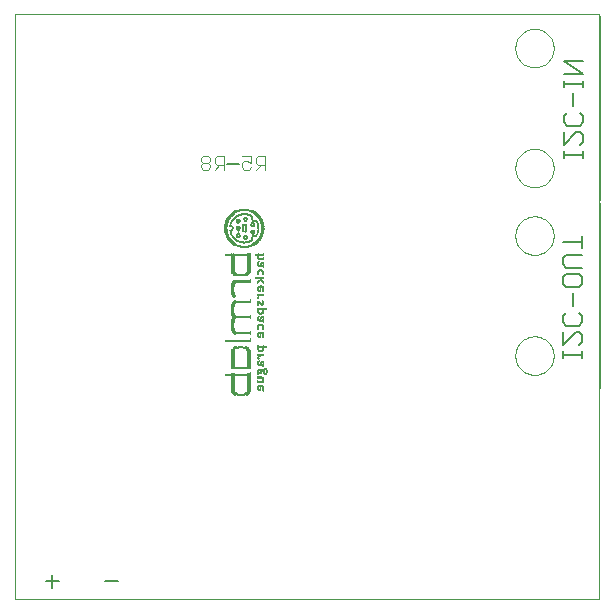
<source format=gbo>
G75*
G70*
%OFA0B0*%
%FSLAX24Y24*%
%IPPOS*%
%LPD*%
%AMOC8*
5,1,8,0,0,1.08239X$1,22.5*
%
%ADD10C,0.0000*%
%ADD11C,0.0060*%
%ADD12C,0.0050*%
%ADD13R,0.0005X0.0005*%
%ADD14R,0.0005X0.0052*%
%ADD15R,0.0005X0.0095*%
%ADD16R,0.0005X0.0124*%
%ADD17R,0.0005X0.0143*%
%ADD18R,0.0005X0.0152*%
%ADD19R,0.0005X0.0167*%
%ADD20R,0.0005X0.0048*%
%ADD21R,0.0005X0.0048*%
%ADD22R,0.0005X0.0176*%
%ADD23R,0.0005X0.0043*%
%ADD24R,0.0005X0.0067*%
%ADD25R,0.0005X0.0076*%
%ADD26R,0.0005X0.0057*%
%ADD27R,0.0005X0.0057*%
%ADD28R,0.0005X0.0038*%
%ADD29R,0.0005X0.0071*%
%ADD30R,0.0005X0.0181*%
%ADD31R,0.0005X0.0005*%
%ADD32R,0.0005X0.0081*%
%ADD33R,0.0005X0.0171*%
%ADD34R,0.0005X0.0186*%
%ADD35R,0.0005X0.0043*%
%ADD36R,0.0005X0.0067*%
%ADD37R,0.0005X0.0005*%
%ADD38R,0.0005X0.0057*%
%ADD39R,0.0005X0.0067*%
%ADD40R,0.0005X0.0062*%
%ADD41R,0.0005X0.0162*%
%ADD42R,0.0005X0.0048*%
%ADD43R,0.0005X0.0062*%
%ADD44R,0.0005X0.0248*%
%ADD45R,0.0005X0.0043*%
%ADD46R,0.0005X0.0052*%
%ADD47R,0.0005X0.0100*%
%ADD48R,0.0005X0.0086*%
%ADD49R,0.0005X0.0138*%
%ADD50R,0.0005X0.0138*%
%ADD51R,0.0005X0.0291*%
%ADD52R,0.0005X0.0081*%
%ADD53R,0.0005X0.0119*%
%ADD54R,0.0005X0.0105*%
%ADD55R,0.0005X0.0143*%
%ADD56R,0.0005X0.0143*%
%ADD57R,0.0005X0.0081*%
%ADD58R,0.0005X0.0129*%
%ADD59R,0.0005X0.0086*%
%ADD60R,0.0005X0.0329*%
%ADD61R,0.0005X0.0091*%
%ADD62R,0.0005X0.0071*%
%ADD63R,0.0005X0.0133*%
%ADD64R,0.0005X0.0124*%
%ADD65R,0.0005X0.0095*%
%ADD66R,0.0005X0.0133*%
%ADD67R,0.0005X0.0100*%
%ADD68R,0.0005X0.0367*%
%ADD69R,0.0005X0.0148*%
%ADD70R,0.0005X0.0133*%
%ADD71R,0.0005X0.0157*%
%ADD72R,0.0005X0.0176*%
%ADD73R,0.0005X0.0086*%
%ADD74R,0.0005X0.0110*%
%ADD75R,0.0005X0.0400*%
%ADD76R,0.0005X0.0167*%
%ADD77R,0.0005X0.0181*%
%ADD78R,0.0005X0.0167*%
%ADD79R,0.0005X0.0424*%
%ADD80R,0.0005X0.0019*%
%ADD81R,0.0005X0.0148*%
%ADD82R,0.0005X0.0171*%
%ADD83R,0.0005X0.0024*%
%ADD84R,0.0005X0.0062*%
%ADD85R,0.0005X0.0453*%
%ADD86R,0.0005X0.0052*%
%ADD87R,0.0005X0.0010*%
%ADD88R,0.0005X0.0010*%
%ADD89R,0.0005X0.0481*%
%ADD90R,0.0005X0.0505*%
%ADD91R,0.0005X0.0071*%
%ADD92R,0.0005X0.0024*%
%ADD93R,0.0005X0.0033*%
%ADD94R,0.0005X0.0024*%
%ADD95R,0.0005X0.0529*%
%ADD96R,0.0005X0.0029*%
%ADD97R,0.0005X0.0029*%
%ADD98R,0.0005X0.0033*%
%ADD99R,0.0005X0.0543*%
%ADD100R,0.0005X0.0014*%
%ADD101R,0.0005X0.0014*%
%ADD102R,0.0005X0.0567*%
%ADD103R,0.0005X0.0586*%
%ADD104R,0.0005X0.0605*%
%ADD105R,0.0005X0.0624*%
%ADD106R,0.0005X0.0643*%
%ADD107R,0.0005X0.0272*%
%ADD108R,0.0005X0.0267*%
%ADD109R,0.0005X0.0243*%
%ADD110R,0.0005X0.0238*%
%ADD111R,0.0005X0.0224*%
%ADD112R,0.0005X0.0224*%
%ADD113R,0.0005X0.0214*%
%ADD114R,0.0005X0.0219*%
%ADD115R,0.0005X0.0205*%
%ADD116R,0.0005X0.0200*%
%ADD117R,0.0005X0.0076*%
%ADD118R,0.0005X0.0191*%
%ADD119R,0.0005X0.0195*%
%ADD120R,0.0005X0.0186*%
%ADD121R,0.0005X0.0105*%
%ADD122R,0.0005X0.0195*%
%ADD123R,0.0005X0.0091*%
%ADD124R,0.0005X0.0200*%
%ADD125R,0.0005X0.0176*%
%ADD126R,0.0005X0.0076*%
%ADD127R,0.0005X0.0157*%
%ADD128R,0.0005X0.0162*%
%ADD129R,0.0005X0.0148*%
%ADD130R,0.0005X0.0009*%
%ADD131R,0.0005X0.0019*%
%ADD132R,0.0005X0.0033*%
%ADD133R,0.0005X0.0224*%
%ADD134R,0.0005X0.0138*%
%ADD135R,0.0005X0.0029*%
%ADD136R,0.0005X0.0257*%
%ADD137R,0.0005X0.0129*%
%ADD138R,0.0005X0.0095*%
%ADD139R,0.0005X0.0319*%
%ADD140R,0.0005X0.0129*%
%ADD141R,0.0005X0.0353*%
%ADD142R,0.0005X0.0162*%
%ADD143R,0.0005X0.0124*%
%ADD144R,0.0005X0.0119*%
%ADD145R,0.0005X0.0114*%
%ADD146R,0.0005X0.0100*%
%ADD147R,0.0005X0.0119*%
%ADD148R,0.0005X0.0090*%
%ADD149R,0.0005X0.0110*%
%ADD150R,0.0005X0.0110*%
%ADD151R,0.0005X0.0038*%
%ADD152R,0.0005X0.0157*%
%ADD153R,0.0005X0.0634*%
%ADD154R,0.0005X0.0629*%
%ADD155R,0.0005X0.0648*%
%ADD156R,0.0005X0.0657*%
%ADD157R,0.0005X0.0653*%
%ADD158R,0.0005X0.0662*%
%ADD159R,0.0005X0.0662*%
%ADD160R,0.0005X0.0672*%
%ADD161R,0.0005X0.0667*%
%ADD162R,0.0005X0.0676*%
%ADD163R,0.0005X0.0676*%
%ADD164R,0.0005X0.0681*%
%ADD165R,0.0005X0.0681*%
%ADD166R,0.0005X0.0686*%
%ADD167R,0.0005X0.0691*%
%ADD168R,0.0005X0.0696*%
%ADD169R,0.0005X0.0696*%
%ADD170R,0.0005X0.0700*%
%ADD171R,0.0005X0.0705*%
%ADD172R,0.0005X0.0700*%
%ADD173R,0.0005X0.0710*%
%ADD174R,0.0005X0.0715*%
%ADD175R,0.0005X0.0715*%
%ADD176R,0.0005X0.0715*%
%ADD177R,0.0005X0.0719*%
%ADD178R,0.0005X0.0719*%
%ADD179R,0.0005X0.0724*%
%ADD180R,0.0005X0.0105*%
%ADD181R,0.0005X0.0262*%
%ADD182R,0.0005X0.0114*%
%ADD183R,0.0005X0.0014*%
%ADD184R,0.0005X0.0172*%
%ADD185R,0.0005X0.0219*%
%ADD186R,0.0005X0.0248*%
%ADD187R,0.0005X0.0281*%
%ADD188R,0.0005X0.0329*%
%ADD189R,0.0005X0.0219*%
%ADD190R,0.0005X0.0391*%
%ADD191R,0.0005X0.0572*%
%ADD192R,0.0005X0.1100*%
%ADD193R,0.0005X0.0562*%
%ADD194R,0.0005X0.1096*%
%ADD195R,0.0005X0.0557*%
%ADD196R,0.0005X0.1086*%
%ADD197R,0.0005X0.0548*%
%ADD198R,0.0005X0.1077*%
%ADD199R,0.0005X0.0538*%
%ADD200R,0.0005X0.1062*%
%ADD201R,0.0005X0.0524*%
%ADD202R,0.0005X0.0529*%
%ADD203R,0.0005X0.0524*%
%ADD204R,0.0005X0.0514*%
%ADD205R,0.0005X0.0510*%
%ADD206R,0.0005X0.0514*%
%ADD207R,0.0005X0.0500*%
%ADD208R,0.0005X0.0500*%
%ADD209R,0.0005X0.0500*%
%ADD210R,0.0005X0.0486*%
%ADD211R,0.0005X0.0481*%
%ADD212R,0.0005X0.0472*%
%ADD213R,0.0005X0.0472*%
%ADD214R,0.0005X0.0448*%
%ADD215R,0.0005X0.0453*%
%ADD216R,0.0005X0.0434*%
%ADD217R,0.0005X0.0429*%
%ADD218R,0.0005X0.0410*%
%ADD219R,0.0005X0.0414*%
%ADD220R,0.0005X0.0386*%
%ADD221R,0.0005X0.0386*%
%ADD222R,0.0005X0.0357*%
%ADD223R,0.0005X0.0357*%
%ADD224R,0.0005X0.0643*%
%ADD225R,0.0005X0.0624*%
%ADD226R,0.0005X0.0286*%
%ADD227R,0.0005X0.0286*%
%ADD228R,0.0005X0.0243*%
%ADD229R,0.0005X0.0195*%
%ADD230R,0.0005X0.0205*%
%ADD231R,0.0005X0.0214*%
%ADD232R,0.0005X0.0229*%
%ADD233R,0.0005X0.0638*%
%ADD234R,0.0005X0.0581*%
%ADD235R,0.0005X0.0476*%
%ADD236R,0.0005X0.0362*%
%ADD237R,0.0005X0.0291*%
%ADD238R,0.0005X0.0243*%
%ADD239C,0.0040*%
%ADD240C,0.0004*%
D10*
X000180Y000680D02*
X000180Y020176D01*
X019675Y020176D01*
X019675Y000680D01*
X000180Y000680D01*
X007626Y012869D02*
X007635Y012876D01*
X007635Y012878D02*
X007626Y012878D01*
X007631Y012878D02*
X007632Y012880D01*
X007632Y012883D01*
X007631Y012884D01*
X007626Y012884D01*
X007627Y012887D02*
X007626Y012888D01*
X007626Y012892D01*
X007627Y012893D01*
X007631Y012893D01*
X007632Y012892D01*
X007632Y012888D01*
X007631Y012887D01*
X007627Y012887D01*
X007626Y012896D02*
X007632Y012896D01*
X007632Y012897D01*
X007631Y012899D01*
X007632Y012900D01*
X007631Y012902D01*
X007626Y012902D01*
X007627Y012904D02*
X007631Y012904D01*
X007632Y012906D01*
X007632Y012909D01*
X007631Y012911D01*
X007629Y012911D01*
X007629Y012904D01*
X007627Y012904D02*
X007626Y012906D01*
X007626Y012909D01*
X007626Y012913D02*
X007635Y012919D01*
X007632Y012922D02*
X007632Y012927D01*
X007631Y012928D01*
X007626Y012928D01*
X007627Y012931D02*
X007631Y012931D01*
X007632Y012932D01*
X007632Y012935D01*
X007631Y012937D01*
X007629Y012937D01*
X007629Y012931D01*
X007627Y012931D02*
X007626Y012932D01*
X007626Y012935D01*
X007626Y012939D02*
X007626Y012944D01*
X007627Y012946D01*
X007631Y012946D01*
X007632Y012944D01*
X007632Y012939D01*
X007623Y012939D01*
X007626Y012948D02*
X007635Y012948D01*
X007632Y012950D02*
X007632Y012953D01*
X007631Y012954D01*
X007626Y012954D01*
X007626Y012957D02*
X007626Y012960D01*
X007626Y012959D02*
X007632Y012959D01*
X007632Y012957D01*
X007635Y012959D02*
X007637Y012959D01*
X007632Y012963D02*
X007626Y012963D01*
X007629Y012963D02*
X007632Y012966D01*
X007632Y012968D01*
X007632Y012970D02*
X007627Y012970D01*
X007626Y012972D01*
X007626Y012976D01*
X007632Y012976D01*
X007631Y012979D02*
X007632Y012980D01*
X007632Y012985D01*
X007629Y012984D02*
X007627Y012985D01*
X007626Y012984D01*
X007626Y012979D01*
X007629Y012980D02*
X007631Y012979D01*
X007629Y012980D02*
X007629Y012984D01*
X007626Y012988D02*
X007635Y012994D01*
X007635Y012996D02*
X007626Y012996D01*
X007626Y013001D01*
X007627Y013003D01*
X007631Y013003D01*
X007632Y013001D01*
X007632Y012996D01*
X007632Y013005D02*
X007626Y013005D01*
X007629Y013005D02*
X007632Y013008D01*
X007632Y013010D01*
X007632Y013012D02*
X007632Y013014D01*
X007631Y013016D01*
X007632Y013017D01*
X007631Y013019D01*
X007626Y013019D01*
X007626Y013021D02*
X007626Y013024D01*
X007626Y013023D02*
X007635Y013023D01*
X007635Y013021D01*
X007631Y013016D02*
X007626Y013016D01*
X007626Y013012D02*
X007632Y013012D01*
X007627Y013027D02*
X007629Y013029D01*
X007629Y013033D01*
X007631Y013033D02*
X007626Y013033D01*
X007626Y013029D01*
X007627Y013027D01*
X007632Y013029D02*
X007632Y013032D01*
X007631Y013033D01*
X007632Y013036D02*
X007632Y013041D01*
X007631Y013042D01*
X007627Y013042D01*
X007626Y013041D01*
X007626Y013036D01*
X007635Y013036D01*
X007627Y013045D02*
X007627Y013046D01*
X007626Y013046D01*
X007626Y013045D01*
X007627Y013045D01*
X007626Y013049D02*
X007626Y013054D01*
X007627Y013055D01*
X007631Y013055D01*
X007632Y013054D01*
X007632Y013049D01*
X007635Y013049D02*
X007626Y013049D01*
X007626Y013058D02*
X007632Y013058D01*
X007632Y013059D01*
X007631Y013061D01*
X007632Y013063D01*
X007631Y013064D01*
X007626Y013064D01*
X007626Y013067D02*
X007626Y013071D01*
X007627Y013073D01*
X007631Y013073D01*
X007632Y013071D01*
X007632Y013067D01*
X007623Y013067D01*
X007626Y013061D02*
X007631Y013061D01*
X007632Y012950D02*
X007631Y012948D01*
X007626Y012922D02*
X007632Y012922D01*
X007631Y012899D02*
X007626Y012899D01*
X016869Y012805D02*
X016871Y012855D01*
X016877Y012905D01*
X016887Y012954D01*
X016900Y013003D01*
X016918Y013050D01*
X016939Y013096D01*
X016963Y013139D01*
X016991Y013181D01*
X017022Y013221D01*
X017056Y013258D01*
X017093Y013292D01*
X017133Y013323D01*
X017175Y013351D01*
X017218Y013375D01*
X017264Y013396D01*
X017311Y013414D01*
X017360Y013427D01*
X017409Y013437D01*
X017459Y013443D01*
X017509Y013445D01*
X017559Y013443D01*
X017609Y013437D01*
X017658Y013427D01*
X017707Y013414D01*
X017754Y013396D01*
X017800Y013375D01*
X017843Y013351D01*
X017885Y013323D01*
X017925Y013292D01*
X017962Y013258D01*
X017996Y013221D01*
X018027Y013181D01*
X018055Y013139D01*
X018079Y013096D01*
X018100Y013050D01*
X018118Y013003D01*
X018131Y012954D01*
X018141Y012905D01*
X018147Y012855D01*
X018149Y012805D01*
X018147Y012755D01*
X018141Y012705D01*
X018131Y012656D01*
X018118Y012607D01*
X018100Y012560D01*
X018079Y012514D01*
X018055Y012471D01*
X018027Y012429D01*
X017996Y012389D01*
X017962Y012352D01*
X017925Y012318D01*
X017885Y012287D01*
X017843Y012259D01*
X017800Y012235D01*
X017754Y012214D01*
X017707Y012196D01*
X017658Y012183D01*
X017609Y012173D01*
X017559Y012167D01*
X017509Y012165D01*
X017459Y012167D01*
X017409Y012173D01*
X017360Y012183D01*
X017311Y012196D01*
X017264Y012214D01*
X017218Y012235D01*
X017175Y012259D01*
X017133Y012287D01*
X017093Y012318D01*
X017056Y012352D01*
X017022Y012389D01*
X016991Y012429D01*
X016963Y012471D01*
X016939Y012514D01*
X016918Y012560D01*
X016900Y012607D01*
X016887Y012656D01*
X016877Y012705D01*
X016871Y012755D01*
X016869Y012805D01*
X016869Y015055D02*
X016871Y015105D01*
X016877Y015155D01*
X016887Y015204D01*
X016900Y015253D01*
X016918Y015300D01*
X016939Y015346D01*
X016963Y015389D01*
X016991Y015431D01*
X017022Y015471D01*
X017056Y015508D01*
X017093Y015542D01*
X017133Y015573D01*
X017175Y015601D01*
X017218Y015625D01*
X017264Y015646D01*
X017311Y015664D01*
X017360Y015677D01*
X017409Y015687D01*
X017459Y015693D01*
X017509Y015695D01*
X017559Y015693D01*
X017609Y015687D01*
X017658Y015677D01*
X017707Y015664D01*
X017754Y015646D01*
X017800Y015625D01*
X017843Y015601D01*
X017885Y015573D01*
X017925Y015542D01*
X017962Y015508D01*
X017996Y015471D01*
X018027Y015431D01*
X018055Y015389D01*
X018079Y015346D01*
X018100Y015300D01*
X018118Y015253D01*
X018131Y015204D01*
X018141Y015155D01*
X018147Y015105D01*
X018149Y015055D01*
X018147Y015005D01*
X018141Y014955D01*
X018131Y014906D01*
X018118Y014857D01*
X018100Y014810D01*
X018079Y014764D01*
X018055Y014721D01*
X018027Y014679D01*
X017996Y014639D01*
X017962Y014602D01*
X017925Y014568D01*
X017885Y014537D01*
X017843Y014509D01*
X017800Y014485D01*
X017754Y014464D01*
X017707Y014446D01*
X017658Y014433D01*
X017609Y014423D01*
X017559Y014417D01*
X017509Y014415D01*
X017459Y014417D01*
X017409Y014423D01*
X017360Y014433D01*
X017311Y014446D01*
X017264Y014464D01*
X017218Y014485D01*
X017175Y014509D01*
X017133Y014537D01*
X017093Y014568D01*
X017056Y014602D01*
X017022Y014639D01*
X016991Y014679D01*
X016963Y014721D01*
X016939Y014764D01*
X016918Y014810D01*
X016900Y014857D01*
X016887Y014906D01*
X016877Y014955D01*
X016871Y015005D01*
X016869Y015055D01*
X016869Y019055D02*
X016871Y019105D01*
X016877Y019155D01*
X016887Y019204D01*
X016900Y019253D01*
X016918Y019300D01*
X016939Y019346D01*
X016963Y019389D01*
X016991Y019431D01*
X017022Y019471D01*
X017056Y019508D01*
X017093Y019542D01*
X017133Y019573D01*
X017175Y019601D01*
X017218Y019625D01*
X017264Y019646D01*
X017311Y019664D01*
X017360Y019677D01*
X017409Y019687D01*
X017459Y019693D01*
X017509Y019695D01*
X017559Y019693D01*
X017609Y019687D01*
X017658Y019677D01*
X017707Y019664D01*
X017754Y019646D01*
X017800Y019625D01*
X017843Y019601D01*
X017885Y019573D01*
X017925Y019542D01*
X017962Y019508D01*
X017996Y019471D01*
X018027Y019431D01*
X018055Y019389D01*
X018079Y019346D01*
X018100Y019300D01*
X018118Y019253D01*
X018131Y019204D01*
X018141Y019155D01*
X018147Y019105D01*
X018149Y019055D01*
X018147Y019005D01*
X018141Y018955D01*
X018131Y018906D01*
X018118Y018857D01*
X018100Y018810D01*
X018079Y018764D01*
X018055Y018721D01*
X018027Y018679D01*
X017996Y018639D01*
X017962Y018602D01*
X017925Y018568D01*
X017885Y018537D01*
X017843Y018509D01*
X017800Y018485D01*
X017754Y018464D01*
X017707Y018446D01*
X017658Y018433D01*
X017609Y018423D01*
X017559Y018417D01*
X017509Y018415D01*
X017459Y018417D01*
X017409Y018423D01*
X017360Y018433D01*
X017311Y018446D01*
X017264Y018464D01*
X017218Y018485D01*
X017175Y018509D01*
X017133Y018537D01*
X017093Y018568D01*
X017056Y018602D01*
X017022Y018639D01*
X016991Y018679D01*
X016963Y018721D01*
X016939Y018764D01*
X016918Y018810D01*
X016900Y018857D01*
X016887Y018906D01*
X016877Y018955D01*
X016871Y019005D01*
X016869Y019055D01*
X016869Y008805D02*
X016871Y008855D01*
X016877Y008905D01*
X016887Y008954D01*
X016900Y009003D01*
X016918Y009050D01*
X016939Y009096D01*
X016963Y009139D01*
X016991Y009181D01*
X017022Y009221D01*
X017056Y009258D01*
X017093Y009292D01*
X017133Y009323D01*
X017175Y009351D01*
X017218Y009375D01*
X017264Y009396D01*
X017311Y009414D01*
X017360Y009427D01*
X017409Y009437D01*
X017459Y009443D01*
X017509Y009445D01*
X017559Y009443D01*
X017609Y009437D01*
X017658Y009427D01*
X017707Y009414D01*
X017754Y009396D01*
X017800Y009375D01*
X017843Y009351D01*
X017885Y009323D01*
X017925Y009292D01*
X017962Y009258D01*
X017996Y009221D01*
X018027Y009181D01*
X018055Y009139D01*
X018079Y009096D01*
X018100Y009050D01*
X018118Y009003D01*
X018131Y008954D01*
X018141Y008905D01*
X018147Y008855D01*
X018149Y008805D01*
X018147Y008755D01*
X018141Y008705D01*
X018131Y008656D01*
X018118Y008607D01*
X018100Y008560D01*
X018079Y008514D01*
X018055Y008471D01*
X018027Y008429D01*
X017996Y008389D01*
X017962Y008352D01*
X017925Y008318D01*
X017885Y008287D01*
X017843Y008259D01*
X017800Y008235D01*
X017754Y008214D01*
X017707Y008196D01*
X017658Y008183D01*
X017609Y008173D01*
X017559Y008167D01*
X017509Y008165D01*
X017459Y008167D01*
X017409Y008173D01*
X017360Y008183D01*
X017311Y008196D01*
X017264Y008214D01*
X017218Y008235D01*
X017175Y008259D01*
X017133Y008287D01*
X017093Y008318D01*
X017056Y008352D01*
X017022Y008389D01*
X016991Y008429D01*
X016963Y008471D01*
X016939Y008514D01*
X016918Y008560D01*
X016900Y008607D01*
X016887Y008656D01*
X016877Y008705D01*
X016871Y008755D01*
X016869Y008805D01*
D11*
X018457Y008836D02*
X019097Y008836D01*
X019097Y008730D02*
X019097Y008943D01*
X018990Y009159D02*
X019097Y009266D01*
X019097Y009480D01*
X018990Y009586D01*
X018884Y009586D01*
X018457Y009159D01*
X018457Y009586D01*
X018563Y009804D02*
X018457Y009911D01*
X018457Y010124D01*
X018563Y010231D01*
X018777Y010448D02*
X018777Y010876D01*
X018990Y011093D02*
X018563Y011093D01*
X018457Y011200D01*
X018457Y011413D01*
X018563Y011520D01*
X018990Y011520D01*
X019097Y011413D01*
X019097Y011200D01*
X018990Y011093D01*
X019097Y011738D02*
X018563Y011738D01*
X018457Y011844D01*
X018457Y012058D01*
X018563Y012165D01*
X019097Y012165D01*
X019097Y012382D02*
X019097Y012809D01*
X019097Y012596D02*
X018457Y012596D01*
X018990Y010231D02*
X019097Y010124D01*
X019097Y009911D01*
X018990Y009804D01*
X018563Y009804D01*
X018457Y008943D02*
X018457Y008730D01*
X018476Y015397D02*
X018476Y015611D01*
X018476Y015504D02*
X019116Y015504D01*
X019116Y015397D02*
X019116Y015611D01*
X019009Y015827D02*
X019116Y015934D01*
X019116Y016147D01*
X019009Y016254D01*
X018903Y016254D01*
X018476Y015827D01*
X018476Y016254D01*
X018582Y016472D02*
X018476Y016578D01*
X018476Y016792D01*
X018582Y016899D01*
X018796Y017116D02*
X018796Y017543D01*
X018476Y017761D02*
X018476Y017974D01*
X018476Y017868D02*
X019116Y017868D01*
X019116Y017974D02*
X019116Y017761D01*
X019116Y018190D02*
X018476Y018617D01*
X019116Y018617D01*
X019116Y018190D02*
X018476Y018190D01*
X019009Y016899D02*
X019116Y016792D01*
X019116Y016578D01*
X019009Y016472D01*
X018582Y016472D01*
X007670Y015205D02*
X007243Y015205D01*
X001436Y001494D02*
X001436Y001067D01*
X001650Y001280D02*
X001223Y001280D01*
D12*
X003180Y001305D02*
X003618Y001305D01*
D13*
X008050Y007621D03*
X008050Y007630D03*
X008050Y007640D03*
X008050Y007649D03*
X008050Y007659D03*
X008050Y007668D03*
X008050Y007678D03*
X008050Y007688D03*
X008050Y007697D03*
X008050Y007707D03*
X008050Y007716D03*
X008050Y007726D03*
X008050Y007735D03*
X008050Y007745D03*
X008050Y007754D03*
X008050Y007764D03*
X008050Y007773D03*
X008050Y007783D03*
X008050Y007792D03*
X008050Y007802D03*
X008050Y007811D03*
X008050Y007821D03*
X008050Y007830D03*
X008050Y007840D03*
X008050Y007850D03*
X008050Y007859D03*
X008050Y007869D03*
X008050Y007878D03*
X008050Y007888D03*
X008050Y007897D03*
X008050Y007907D03*
X008050Y007916D03*
X008050Y007926D03*
X008050Y007935D03*
X008050Y007945D03*
X008050Y007954D03*
X008050Y007964D03*
X008050Y007973D03*
X008050Y007983D03*
X008050Y007992D03*
X008050Y008002D03*
X008050Y008011D03*
X008050Y008021D03*
X008050Y008031D03*
X008050Y008040D03*
X008050Y008050D03*
X008050Y008059D03*
X008050Y008069D03*
X008050Y008078D03*
X008050Y008088D03*
X008050Y008097D03*
X008050Y008107D03*
X008050Y008116D03*
X008050Y008126D03*
X008050Y008135D03*
X008050Y008145D03*
X008050Y008154D03*
X008050Y008164D03*
X008050Y008173D03*
X008050Y008183D03*
X008050Y008193D03*
X008050Y008202D03*
X008050Y008212D03*
X008050Y008364D03*
X008050Y008374D03*
X008050Y008383D03*
X008050Y008393D03*
X008050Y008402D03*
X008050Y008412D03*
X008050Y008421D03*
X008050Y008431D03*
X008050Y008440D03*
X008050Y008450D03*
X008050Y008459D03*
X008050Y008469D03*
X008050Y008478D03*
X008050Y008488D03*
X008050Y008497D03*
X008050Y008507D03*
X008050Y008516D03*
X008050Y008526D03*
X008050Y008535D03*
X008050Y008545D03*
X008050Y008555D03*
X008050Y008564D03*
X008050Y008574D03*
X008050Y008583D03*
X008050Y008593D03*
X008050Y008602D03*
X008050Y008612D03*
X008050Y008621D03*
X008050Y008631D03*
X008050Y008640D03*
X008050Y008650D03*
X008050Y008659D03*
X008050Y008669D03*
X008050Y008678D03*
X008050Y008688D03*
X008050Y008697D03*
X008050Y008707D03*
X008050Y008717D03*
X008050Y008726D03*
X008050Y008736D03*
X008050Y008745D03*
X008050Y008755D03*
X008050Y008764D03*
X008050Y008774D03*
X008050Y008783D03*
X008050Y008793D03*
X008050Y008802D03*
X008050Y008812D03*
X008050Y008821D03*
X008050Y008831D03*
X008050Y008840D03*
X008050Y008850D03*
X008050Y008859D03*
X008050Y008869D03*
X008050Y008878D03*
X008050Y008888D03*
X008050Y008898D03*
X008050Y008907D03*
X008050Y008917D03*
X008050Y008926D03*
X008050Y008936D03*
X008050Y008945D03*
X008050Y008955D03*
X008050Y008964D03*
X008050Y009269D03*
X008050Y009288D03*
X008050Y009298D03*
X008050Y009307D03*
X008050Y009326D03*
X008050Y009336D03*
X008050Y009345D03*
X008050Y009503D03*
X008050Y009512D03*
X008050Y009522D03*
X008050Y009541D03*
X008050Y009550D03*
X008050Y009560D03*
X008050Y009579D03*
X008050Y009588D03*
X008402Y009398D03*
X008288Y009102D03*
X008288Y009093D03*
X008288Y009064D03*
X008288Y009055D03*
X008474Y009040D03*
X008507Y008831D03*
X008507Y008821D03*
X008507Y008812D03*
X008507Y008802D03*
X008507Y008793D03*
X008345Y008697D03*
X008326Y008736D03*
X008288Y008798D03*
X008288Y008826D03*
X008355Y008612D03*
X008359Y008612D03*
X008326Y008555D03*
X008326Y008535D03*
X008288Y008269D03*
X008288Y008259D03*
X008288Y008250D03*
X008288Y008240D03*
X008288Y008231D03*
X008288Y008221D03*
X008288Y008212D03*
X008288Y008202D03*
X008288Y008193D03*
X008288Y008183D03*
X008321Y008193D03*
X008321Y008202D03*
X008288Y008088D03*
X008288Y008078D03*
X008288Y008069D03*
X008288Y008059D03*
X008288Y007950D03*
X008288Y007921D03*
X008474Y008002D03*
X008507Y007954D03*
X008507Y007945D03*
X008507Y007935D03*
X008507Y007926D03*
X008507Y007916D03*
X008469Y007716D03*
X008469Y007697D03*
X008440Y008264D03*
X008583Y008269D03*
X008583Y008293D03*
X008617Y008307D03*
X008469Y009745D03*
X008050Y010031D03*
X008050Y010050D03*
X008050Y010060D03*
X008050Y010069D03*
X008050Y010088D03*
X008050Y010098D03*
X008050Y010108D03*
X008288Y010317D03*
X008288Y010327D03*
X008288Y010336D03*
X008288Y010355D03*
X008288Y010365D03*
X008288Y010374D03*
X008288Y010517D03*
X008507Y010517D03*
X008507Y010579D03*
X008507Y010808D03*
X008507Y010827D03*
X008326Y010751D03*
X008288Y010808D03*
X008288Y010827D03*
X008507Y011056D03*
X008507Y011194D03*
X008507Y011213D03*
X008507Y011232D03*
X008507Y011365D03*
X008507Y011384D03*
X008288Y011251D03*
X008288Y011232D03*
X008288Y011213D03*
X008050Y011232D03*
X008050Y011251D03*
X008050Y011270D03*
X008050Y011289D03*
X008050Y011308D03*
X008050Y011613D03*
X008050Y011632D03*
X008050Y011651D03*
X008050Y011670D03*
X008050Y011689D03*
X008050Y011708D03*
X008050Y011727D03*
X008050Y011746D03*
X008050Y011765D03*
X008050Y011784D03*
X008050Y011803D03*
X008050Y011823D03*
X008050Y011842D03*
X008050Y011861D03*
X008050Y011880D03*
X008050Y011899D03*
X008050Y011918D03*
X008050Y011937D03*
X008050Y011956D03*
X008050Y011975D03*
X008050Y011994D03*
X008050Y012013D03*
X008050Y012032D03*
X008050Y012051D03*
X008050Y012070D03*
X008050Y012089D03*
X008050Y012108D03*
X008050Y012127D03*
X008050Y012137D03*
X008050Y012146D03*
X008050Y012156D03*
X008050Y012165D03*
X008050Y012175D03*
X008050Y012185D03*
X008050Y012194D03*
X008479Y011842D03*
X008507Y012027D03*
X008507Y012046D03*
X008507Y012156D03*
X008507Y012165D03*
X008507Y012175D03*
X008507Y012185D03*
X008507Y012194D03*
X008078Y013371D03*
X008078Y013380D03*
X008078Y013390D03*
X008140Y013442D03*
X007430Y011570D03*
X007507Y011075D03*
X007411Y011056D03*
X007411Y010965D03*
X007416Y010436D03*
X007411Y010393D03*
X007411Y010298D03*
X007411Y010289D03*
X007416Y010246D03*
X007507Y010279D03*
X007507Y010403D03*
X008050Y010560D03*
X008050Y010579D03*
X008050Y010598D03*
X008050Y010617D03*
X008050Y010636D03*
X007411Y009865D03*
X007411Y009855D03*
X007411Y009845D03*
X007411Y009779D03*
X007411Y009769D03*
X007416Y009717D03*
X007507Y009750D03*
D14*
X008455Y010222D03*
X008502Y009960D03*
X008359Y010589D03*
X008326Y010589D03*
X008355Y010817D03*
X008359Y010817D03*
X008331Y011089D03*
X008293Y011237D03*
X008297Y011241D03*
X008317Y011256D03*
X008321Y011260D03*
X008336Y011275D03*
X008340Y011279D03*
X008359Y011294D03*
X008364Y011298D03*
X008383Y011318D03*
X008445Y011637D03*
X008340Y012170D03*
X008245Y013304D03*
X007926Y013385D03*
X007683Y013323D03*
X007516Y013380D03*
X007507Y013371D03*
X007492Y013352D03*
X008345Y008964D03*
X008350Y008964D03*
X008355Y008959D03*
X008450Y008964D03*
X008455Y008969D03*
X008359Y008807D03*
X008355Y008807D03*
X008326Y008588D03*
X008412Y008564D03*
X008474Y008588D03*
X008469Y008488D03*
X008378Y008488D03*
X008402Y008321D03*
X008474Y008316D03*
X008531Y008202D03*
X008617Y008273D03*
X008455Y007940D03*
X008450Y007783D03*
X008455Y007778D03*
X008326Y007668D03*
D15*
X008502Y007709D03*
X008426Y008276D03*
X008612Y008276D03*
X008393Y008509D03*
X007954Y008409D03*
X007950Y008409D03*
X007945Y008409D03*
X007940Y008409D03*
X007935Y008409D03*
X007931Y008409D03*
X007926Y008409D03*
X007921Y008409D03*
X007916Y008409D03*
X007912Y008409D03*
X007907Y008409D03*
X007902Y008409D03*
X007897Y008409D03*
X007893Y008409D03*
X007888Y008409D03*
X007883Y008409D03*
X007878Y008409D03*
X007874Y008409D03*
X007869Y008409D03*
X007864Y008409D03*
X007859Y008409D03*
X007854Y008409D03*
X007850Y008409D03*
X007845Y008409D03*
X007840Y008409D03*
X007835Y008409D03*
X007831Y008409D03*
X007826Y008409D03*
X007821Y008409D03*
X007816Y008409D03*
X007812Y008409D03*
X007807Y008409D03*
X007802Y008409D03*
X007797Y008409D03*
X007793Y008409D03*
X007788Y008409D03*
X007783Y008409D03*
X007778Y008409D03*
X007773Y008409D03*
X007769Y008409D03*
X007764Y008409D03*
X007759Y008409D03*
X007754Y008409D03*
X007750Y008409D03*
X007745Y008409D03*
X007740Y008409D03*
X007735Y008409D03*
X007731Y008409D03*
X007726Y008409D03*
X007721Y008409D03*
X007716Y008409D03*
X007712Y008409D03*
X007707Y008409D03*
X007702Y008409D03*
X007697Y008409D03*
X007692Y008409D03*
X007688Y008409D03*
X007683Y008409D03*
X007678Y008409D03*
X007673Y008409D03*
X007669Y008409D03*
X007664Y008409D03*
X007659Y008409D03*
X007654Y008409D03*
X007650Y008409D03*
X007645Y008409D03*
X007640Y008409D03*
X007635Y008409D03*
X007631Y008409D03*
X007626Y008409D03*
X007621Y008409D03*
X007616Y008409D03*
X007611Y008409D03*
X007607Y008409D03*
X007602Y008409D03*
X007597Y008409D03*
X007592Y008409D03*
X007588Y008409D03*
X007583Y008409D03*
X007578Y008409D03*
X007573Y008409D03*
X007569Y008409D03*
X007564Y008409D03*
X007559Y008409D03*
X007554Y008409D03*
X007550Y008409D03*
X007545Y008409D03*
X007540Y008409D03*
X007535Y008409D03*
X007531Y008409D03*
X007526Y008409D03*
X007521Y008409D03*
X007521Y008166D03*
X007426Y008166D03*
X007583Y007518D03*
X007588Y007518D03*
X007597Y007514D03*
X007602Y007514D03*
X007607Y007514D03*
X007678Y007499D03*
X007688Y007499D03*
X007692Y007499D03*
X007702Y007499D03*
X007707Y007499D03*
X007712Y007499D03*
X007716Y007499D03*
X007721Y007499D03*
X007726Y007499D03*
X007731Y007499D03*
X007740Y007499D03*
X007750Y007499D03*
X007754Y007499D03*
X007759Y007499D03*
X007764Y007499D03*
X007769Y007499D03*
X007773Y007499D03*
X007778Y007499D03*
X007788Y007499D03*
X007869Y007514D03*
X007874Y007514D03*
X007878Y007514D03*
X007888Y007518D03*
X007893Y007518D03*
X007897Y009057D03*
X007883Y009062D03*
X007878Y009062D03*
X007874Y009062D03*
X007807Y009076D03*
X007802Y009076D03*
X007797Y009076D03*
X007788Y009076D03*
X007783Y009076D03*
X007773Y009076D03*
X007735Y009081D03*
X007692Y009076D03*
X007683Y009076D03*
X007678Y009076D03*
X007673Y009076D03*
X007664Y009076D03*
X007602Y009062D03*
X007597Y009062D03*
X007592Y009062D03*
X007578Y009057D03*
X008502Y009481D03*
X008045Y010605D03*
X008040Y010605D03*
X008035Y010605D03*
X008031Y010605D03*
X008026Y010605D03*
X008021Y010605D03*
X008016Y010605D03*
X008012Y010605D03*
X008007Y010605D03*
X008002Y010605D03*
X007997Y010605D03*
X007993Y010605D03*
X007988Y010605D03*
X007983Y010605D03*
X007978Y010605D03*
X007974Y010605D03*
X007969Y010605D03*
X007964Y010605D03*
X007959Y010605D03*
X007954Y010605D03*
X007950Y010605D03*
X007945Y010605D03*
X007940Y010605D03*
X007935Y010605D03*
X007931Y010605D03*
X007926Y010605D03*
X007921Y010605D03*
X007916Y010605D03*
X007912Y010605D03*
X007907Y010605D03*
X007902Y010605D03*
X007897Y010605D03*
X007893Y010605D03*
X007888Y010605D03*
X007883Y010605D03*
X007878Y010605D03*
X007874Y010605D03*
X007869Y010605D03*
X007864Y010605D03*
X007859Y010605D03*
X007854Y010605D03*
X007850Y010605D03*
X007845Y010605D03*
X007840Y010605D03*
X007835Y010605D03*
X007831Y010605D03*
X007826Y010605D03*
X007821Y010605D03*
X007816Y010605D03*
X007812Y010605D03*
X007807Y010605D03*
X007802Y010605D03*
X007797Y010605D03*
X007793Y010605D03*
X007788Y010605D03*
X007783Y010605D03*
X007778Y010605D03*
X007773Y010605D03*
X007769Y010605D03*
X007764Y010605D03*
X007759Y010605D03*
X007754Y010605D03*
X007750Y010605D03*
X007745Y010605D03*
X007740Y010605D03*
X007735Y010605D03*
X007731Y010605D03*
X007726Y010605D03*
X007721Y010605D03*
X007716Y010605D03*
X007712Y010605D03*
X007707Y010605D03*
X007702Y010605D03*
X007697Y010605D03*
X007692Y010605D03*
X007688Y010605D03*
X007683Y010605D03*
X007678Y010605D03*
X007673Y010605D03*
X007669Y010605D03*
X007664Y010605D03*
X007659Y010605D03*
X007654Y010605D03*
X007650Y010605D03*
X007645Y010605D03*
X007640Y010605D03*
X007635Y010605D03*
X007631Y010605D03*
X007626Y010605D03*
X007621Y010605D03*
X007616Y010605D03*
X007611Y010605D03*
X007607Y010605D03*
X007602Y010605D03*
X007597Y010605D03*
X007592Y010605D03*
X007588Y010605D03*
X007583Y010605D03*
X007578Y010605D03*
X007573Y010605D03*
X007564Y010605D03*
X007564Y011272D03*
X007559Y011272D03*
X007573Y011277D03*
X007578Y011277D03*
X007588Y011277D03*
X007597Y011277D03*
X007607Y011277D03*
X007616Y011277D03*
X007626Y011277D03*
X007635Y011277D03*
X007645Y011277D03*
X007654Y011277D03*
X007664Y011277D03*
X007673Y011277D03*
X007683Y011277D03*
X007692Y011277D03*
X007702Y011277D03*
X007712Y011277D03*
X007721Y011277D03*
X007731Y011277D03*
X007740Y011277D03*
X007750Y011277D03*
X007759Y011277D03*
X007769Y011277D03*
X007778Y011277D03*
X007788Y011277D03*
X007797Y011277D03*
X007807Y011277D03*
X007816Y011277D03*
X007826Y011277D03*
X007835Y011277D03*
X007845Y011277D03*
X007850Y011277D03*
X007859Y011277D03*
X007864Y011277D03*
X007874Y011277D03*
X007883Y011277D03*
X007888Y011277D03*
X007897Y011277D03*
X007902Y011277D03*
X007912Y011277D03*
X007916Y011277D03*
X007926Y011277D03*
X007931Y011277D03*
X007940Y011277D03*
X007945Y011277D03*
X007954Y011277D03*
X007959Y011277D03*
X007969Y011277D03*
X007974Y011277D03*
X007978Y011277D03*
X007988Y011277D03*
X007993Y011277D03*
X007997Y011277D03*
X008007Y011277D03*
X008012Y011277D03*
X008016Y011277D03*
X008026Y011277D03*
X008031Y011277D03*
X008035Y011277D03*
X008045Y011277D03*
X007902Y011506D03*
X007897Y011506D03*
X007888Y011501D03*
X007883Y011501D03*
X007878Y011501D03*
X007874Y011496D03*
X007869Y011496D03*
X007864Y011496D03*
X007859Y011496D03*
X007854Y011496D03*
X007850Y011491D03*
X007845Y011491D03*
X007840Y011491D03*
X007835Y011491D03*
X007831Y011491D03*
X007821Y011487D03*
X007812Y011487D03*
X007807Y011487D03*
X007802Y011487D03*
X007797Y011487D03*
X007793Y011487D03*
X007783Y011487D03*
X007745Y011482D03*
X007735Y011482D03*
X007726Y011482D03*
X007688Y011487D03*
X007678Y011487D03*
X007673Y011487D03*
X007669Y011487D03*
X007664Y011487D03*
X007659Y011487D03*
X007650Y011491D03*
X007640Y011491D03*
X007635Y011491D03*
X007631Y011491D03*
X007626Y011491D03*
X007616Y011496D03*
X007611Y011496D03*
X007607Y011496D03*
X007602Y011496D03*
X007597Y011501D03*
X007592Y011501D03*
X007588Y011501D03*
X007578Y011506D03*
X007573Y011506D03*
X007564Y011510D03*
X007564Y012154D03*
X007569Y012154D03*
X007573Y012154D03*
X007578Y012154D03*
X007583Y012154D03*
X007588Y012154D03*
X007592Y012154D03*
X007597Y012154D03*
X007602Y012154D03*
X007607Y012154D03*
X007611Y012154D03*
X007616Y012154D03*
X007621Y012154D03*
X007626Y012154D03*
X007631Y012154D03*
X007635Y012154D03*
X007640Y012154D03*
X007645Y012154D03*
X007650Y012154D03*
X007654Y012154D03*
X007659Y012154D03*
X007664Y012154D03*
X007669Y012154D03*
X007673Y012154D03*
X007678Y012154D03*
X007683Y012154D03*
X007688Y012154D03*
X007692Y012154D03*
X007697Y012154D03*
X007702Y012154D03*
X007707Y012154D03*
X007712Y012154D03*
X007716Y012154D03*
X007721Y012154D03*
X007726Y012154D03*
X007731Y012154D03*
X007735Y012154D03*
X007740Y012154D03*
X007745Y012154D03*
X007750Y012154D03*
X007754Y012154D03*
X007759Y012154D03*
X007764Y012154D03*
X007769Y012154D03*
X007773Y012154D03*
X007778Y012154D03*
X007783Y012154D03*
X007788Y012154D03*
X007793Y012154D03*
X007797Y012154D03*
X007802Y012154D03*
X007807Y012154D03*
X007812Y012154D03*
X007816Y012154D03*
X007821Y012154D03*
X007826Y012154D03*
X007831Y012154D03*
X007835Y012154D03*
X007840Y012154D03*
X007845Y012154D03*
X007850Y012154D03*
X007854Y012154D03*
X007859Y012154D03*
X007864Y012154D03*
X007869Y012154D03*
X007874Y012154D03*
X007878Y012154D03*
X007883Y012154D03*
X007888Y012154D03*
X007893Y012154D03*
X007897Y012154D03*
X007902Y012154D03*
X007907Y012154D03*
X007912Y012154D03*
X007916Y012154D03*
X007921Y012154D03*
X007926Y012154D03*
X007931Y012154D03*
X007935Y012154D03*
X007940Y012154D03*
X007945Y012154D03*
X007950Y012154D03*
X007954Y012154D03*
X008097Y012478D03*
X008107Y012482D03*
X008112Y012482D03*
X008116Y012487D03*
X008121Y012487D03*
X008126Y012492D03*
X008131Y012492D03*
X008136Y012497D03*
X008145Y012501D03*
X008155Y012506D03*
X008178Y012520D03*
X008288Y012868D03*
X008288Y013225D03*
X008174Y013573D03*
X008150Y013587D03*
X008140Y013592D03*
X008131Y013597D03*
X008121Y013602D03*
X008112Y013607D03*
X008102Y013611D03*
X008088Y013616D03*
X007702Y013287D03*
X007702Y013044D03*
X007416Y012868D03*
X007416Y013225D03*
X007550Y013583D03*
X007554Y013587D03*
X007559Y013587D03*
X007564Y013592D03*
X007569Y013592D03*
X007573Y013597D03*
X007583Y013602D03*
X007588Y013602D03*
X007592Y013607D03*
X007602Y013611D03*
X007607Y013611D03*
X007616Y013616D03*
X007550Y012506D03*
X007559Y012501D03*
X007569Y012497D03*
X007573Y012492D03*
X007578Y012492D03*
X007588Y012487D03*
X007597Y012482D03*
X007607Y012478D03*
X007559Y012154D03*
X007554Y012154D03*
X007550Y012154D03*
X007545Y012154D03*
X007540Y012154D03*
X007535Y012154D03*
X007531Y012154D03*
X007526Y012154D03*
X007521Y012154D03*
X007426Y012154D03*
X007421Y012154D03*
X007416Y012154D03*
X007411Y012154D03*
X007407Y012154D03*
X007402Y012154D03*
X007397Y012154D03*
X007392Y012154D03*
X007388Y012154D03*
X007383Y012154D03*
X007378Y012154D03*
X007373Y012154D03*
X007369Y012154D03*
X007364Y012154D03*
X007359Y012154D03*
X007354Y012154D03*
X007349Y012154D03*
X007345Y012154D03*
X007340Y012154D03*
X007335Y012154D03*
X007330Y012154D03*
X007326Y012154D03*
X007321Y012154D03*
X007316Y012154D03*
X007311Y012154D03*
X007307Y012154D03*
X007302Y012154D03*
X007297Y012154D03*
X007292Y012154D03*
X007288Y012154D03*
X007283Y012154D03*
X007278Y012154D03*
X007273Y012154D03*
X007269Y012154D03*
X007264Y012154D03*
X007259Y012154D03*
X007254Y012154D03*
X007249Y012154D03*
X007245Y012154D03*
X007240Y012154D03*
X007235Y012154D03*
X007230Y012154D03*
X007226Y012154D03*
X008312Y010734D03*
X008317Y010734D03*
X008321Y010739D03*
X008502Y011558D03*
D16*
X008307Y010543D03*
X008307Y010034D03*
X007550Y010077D03*
X007535Y010582D03*
X007402Y012625D03*
X007397Y012630D03*
X007392Y012635D03*
X007469Y013044D03*
X007402Y013468D03*
X007411Y013478D03*
X008288Y013483D03*
X008293Y013478D03*
X008297Y013473D03*
X008302Y013468D03*
X008302Y012911D03*
X008307Y012630D03*
X008302Y012625D03*
X008297Y012620D03*
X008307Y008543D03*
X008417Y008276D03*
X008607Y008276D03*
D17*
X008602Y008276D03*
X008321Y008543D03*
X008317Y008543D03*
X008317Y009491D03*
X008321Y010029D03*
D18*
X008474Y009748D03*
X008488Y009476D03*
X008493Y009052D03*
X008307Y009052D03*
X008502Y008276D03*
X008598Y008276D03*
X008302Y008247D03*
X008488Y007704D03*
X007540Y010077D03*
X008307Y010305D03*
X008493Y010305D03*
X008474Y011568D03*
X008359Y012697D03*
X008102Y012701D03*
X008364Y013387D03*
X008355Y013402D03*
X007345Y012697D03*
D19*
X008378Y013361D03*
X007516Y011222D03*
X007516Y010551D03*
X008474Y009483D03*
X008479Y009479D03*
X008593Y008278D03*
X008317Y008259D03*
X008312Y008254D03*
X008479Y007707D03*
D20*
X008445Y007785D03*
X008436Y007790D03*
X008345Y007785D03*
X008340Y007785D03*
X008336Y007780D03*
X008331Y007661D03*
X008450Y007938D03*
X008536Y008200D03*
X008569Y008200D03*
X008574Y008204D03*
X008574Y008347D03*
X008569Y008352D03*
X008531Y008352D03*
X008526Y008347D03*
X008445Y008309D03*
X008331Y008233D03*
X008421Y008581D03*
X008469Y008590D03*
X008378Y008809D03*
X008369Y008809D03*
X008364Y008809D03*
X008364Y008957D03*
X008359Y008957D03*
X008436Y008957D03*
X008440Y008957D03*
X008445Y008962D03*
X008336Y009429D03*
X008345Y009557D03*
X008445Y009557D03*
X008431Y009824D03*
X008426Y009824D03*
X008369Y009824D03*
X008364Y009824D03*
X008378Y009976D03*
X008345Y009976D03*
X008340Y009976D03*
X008469Y009976D03*
X008421Y010205D03*
X008417Y010205D03*
X008378Y010205D03*
X008374Y010205D03*
X008378Y010358D03*
X008369Y010358D03*
X008359Y010358D03*
X008350Y010358D03*
X008340Y010358D03*
X008331Y010358D03*
X008388Y010358D03*
X008398Y010358D03*
X008407Y010358D03*
X008417Y010358D03*
X008426Y010358D03*
X008436Y010358D03*
X008445Y010358D03*
X008455Y010358D03*
X008464Y010358D03*
X008512Y010358D03*
X008521Y010358D03*
X008531Y010358D03*
X008540Y010358D03*
X008550Y010358D03*
X008559Y010358D03*
X008569Y010358D03*
X008579Y010358D03*
X008588Y010358D03*
X008459Y010496D03*
X008450Y010496D03*
X008440Y010496D03*
X008507Y010548D03*
X008355Y010591D03*
X008331Y010591D03*
X008364Y010820D03*
X008369Y010820D03*
X008374Y010820D03*
X008378Y010820D03*
X008383Y010820D03*
X008336Y010972D03*
X008340Y011096D03*
X008359Y011106D03*
X008431Y011106D03*
X008450Y011096D03*
X008307Y011248D03*
X008355Y011639D03*
X008359Y011639D03*
X008436Y011639D03*
X008440Y011639D03*
X008345Y012039D03*
X008340Y012039D03*
X008288Y012087D03*
X008345Y012173D03*
X008121Y012659D03*
X008126Y012778D03*
X008131Y012782D03*
X008136Y012787D03*
X008164Y012882D03*
X008107Y012882D03*
X008107Y012963D03*
X008164Y012963D03*
X008164Y013130D03*
X008107Y013130D03*
X008107Y013211D03*
X008164Y013211D03*
X008131Y013311D03*
X008121Y013435D03*
X007921Y013392D03*
X007864Y013311D03*
X007678Y013330D03*
X007621Y013330D03*
X007621Y013249D03*
X007678Y013249D03*
X007678Y013087D03*
X007621Y013087D03*
X007621Y013006D03*
X007621Y012844D03*
X007621Y012763D03*
X007678Y012763D03*
X007683Y012768D03*
X007569Y012668D03*
X007564Y012673D03*
X007550Y012682D03*
X007545Y012687D03*
X007540Y012692D03*
X007535Y012697D03*
X007531Y012701D03*
X007526Y012706D03*
X007430Y012973D03*
X007435Y013116D03*
X007521Y013383D03*
X007526Y013387D03*
X007531Y013392D03*
X007535Y013397D03*
X007540Y013402D03*
X007545Y013406D03*
X007550Y013411D03*
X007564Y013421D03*
X007569Y013426D03*
X007864Y012782D03*
X008240Y012787D03*
D21*
X008240Y013306D03*
X008136Y013306D03*
X008126Y013316D03*
X008336Y012044D03*
X008340Y011796D03*
X008378Y011796D03*
X008469Y011796D03*
X008426Y011644D03*
X008421Y011644D03*
X008369Y011644D03*
X008302Y011244D03*
X008331Y010977D03*
X008336Y010596D03*
X008345Y010596D03*
X008469Y010596D03*
X008445Y010215D03*
X008440Y010210D03*
X008436Y010210D03*
X008364Y010210D03*
X008359Y010210D03*
X008355Y010215D03*
X008417Y010062D03*
X008369Y009567D03*
X008350Y009562D03*
X008436Y009562D03*
X008436Y009105D03*
X008440Y009105D03*
X008445Y009105D03*
X008455Y009105D03*
X008464Y009105D03*
X008426Y009105D03*
X008421Y009105D03*
X008417Y009105D03*
X008407Y009105D03*
X008402Y009105D03*
X008398Y009105D03*
X008388Y009105D03*
X008383Y009105D03*
X008378Y009105D03*
X008369Y009105D03*
X008364Y009105D03*
X008359Y009105D03*
X008350Y009105D03*
X008345Y009105D03*
X008340Y009105D03*
X008331Y009105D03*
X008374Y008952D03*
X008378Y008952D03*
X008421Y008952D03*
X008512Y009105D03*
X008521Y009105D03*
X008526Y009105D03*
X008531Y009105D03*
X008540Y009105D03*
X008545Y009105D03*
X008550Y009105D03*
X008559Y009105D03*
X008564Y009105D03*
X008569Y009105D03*
X008579Y009105D03*
X008583Y009105D03*
X008588Y009105D03*
X008336Y008490D03*
X008393Y008223D03*
X008402Y008076D03*
X008374Y008076D03*
X008345Y008076D03*
X008317Y008076D03*
X008450Y008071D03*
X008455Y008071D03*
D22*
X008588Y008273D03*
X008326Y009040D03*
X007416Y010341D03*
X007416Y011013D03*
X008488Y011827D03*
D23*
X008436Y011899D03*
X008431Y011899D03*
X008426Y011894D03*
X008417Y011646D03*
X008412Y011646D03*
X008407Y011646D03*
X008402Y011646D03*
X008398Y011646D03*
X008393Y011646D03*
X008388Y011646D03*
X008383Y011646D03*
X008378Y011646D03*
X008374Y011646D03*
X008469Y011513D03*
X008469Y011379D03*
X008474Y011379D03*
X008479Y011379D03*
X008483Y011379D03*
X008488Y011379D03*
X008493Y011379D03*
X008498Y011379D03*
X008502Y011379D03*
X008464Y011379D03*
X008459Y011379D03*
X008455Y011379D03*
X008450Y011379D03*
X008445Y011379D03*
X008440Y011379D03*
X008436Y011379D03*
X008431Y011379D03*
X008426Y011379D03*
X008421Y011379D03*
X008417Y011379D03*
X008412Y011379D03*
X008407Y011379D03*
X008402Y011379D03*
X008398Y011379D03*
X008393Y011379D03*
X008388Y011379D03*
X008383Y011379D03*
X008378Y011379D03*
X008374Y011379D03*
X008369Y011379D03*
X008364Y011379D03*
X008359Y011379D03*
X008355Y011379D03*
X008350Y011379D03*
X008345Y011379D03*
X008340Y011379D03*
X008336Y011379D03*
X008331Y011379D03*
X008326Y011379D03*
X008321Y011379D03*
X008317Y011379D03*
X008312Y011379D03*
X008307Y011379D03*
X008302Y011379D03*
X008297Y011379D03*
X008293Y011379D03*
X008288Y011379D03*
X008283Y011379D03*
X008278Y011379D03*
X008274Y011379D03*
X008269Y011379D03*
X008264Y011379D03*
X008259Y011379D03*
X008255Y011379D03*
X008250Y011379D03*
X008245Y011379D03*
X008240Y011379D03*
X008236Y011379D03*
X008231Y011379D03*
X008226Y011379D03*
X008221Y011379D03*
X008402Y011113D03*
X008412Y011113D03*
X008369Y010960D03*
X008364Y010960D03*
X008359Y010960D03*
X008350Y010965D03*
X008345Y010965D03*
X008464Y010960D03*
X008455Y010493D03*
X008445Y010493D03*
X008440Y010360D03*
X008431Y010360D03*
X008421Y010360D03*
X008412Y010360D03*
X008402Y010360D03*
X008393Y010360D03*
X008383Y010360D03*
X008374Y010360D03*
X008364Y010360D03*
X008355Y010360D03*
X008345Y010360D03*
X008336Y010360D03*
X008450Y010360D03*
X008459Y010360D03*
X008507Y010360D03*
X008517Y010360D03*
X008526Y010360D03*
X008536Y010360D03*
X008545Y010360D03*
X008555Y010360D03*
X008564Y010360D03*
X008574Y010360D03*
X008583Y010360D03*
X008431Y010208D03*
X008426Y010208D03*
X008412Y010203D03*
X008407Y010203D03*
X008402Y010203D03*
X008398Y010203D03*
X008393Y010203D03*
X008388Y010203D03*
X008383Y010203D03*
X008369Y010208D03*
X008431Y010079D03*
X008426Y010074D03*
X008421Y010069D03*
X008421Y009974D03*
X008417Y009974D03*
X008412Y009974D03*
X008407Y009974D03*
X008402Y009974D03*
X008426Y009974D03*
X008431Y009974D03*
X008436Y009974D03*
X008440Y009974D03*
X008445Y009974D03*
X008450Y009974D03*
X008455Y009974D03*
X008459Y009974D03*
X008464Y009974D03*
X008374Y009974D03*
X008369Y009974D03*
X008364Y009974D03*
X008359Y009974D03*
X008355Y009974D03*
X008350Y009974D03*
X008374Y009826D03*
X008378Y009826D03*
X008383Y009826D03*
X008388Y009826D03*
X008393Y009826D03*
X008398Y009826D03*
X008402Y009826D03*
X008407Y009826D03*
X008412Y009826D03*
X008417Y009826D03*
X008421Y009826D03*
X008417Y009569D03*
X008412Y009569D03*
X008407Y009569D03*
X008402Y009569D03*
X008374Y009569D03*
X008440Y009560D03*
X008374Y009417D03*
X008369Y009417D03*
X008355Y009422D03*
X008350Y009422D03*
X008345Y009426D03*
X008340Y009426D03*
X008336Y009107D03*
X008355Y009107D03*
X008374Y009107D03*
X008393Y009107D03*
X008412Y009107D03*
X008431Y009107D03*
X008450Y009107D03*
X008459Y009107D03*
X008507Y009107D03*
X008517Y009107D03*
X008536Y009107D03*
X008555Y009107D03*
X008574Y009107D03*
X008431Y008955D03*
X008426Y008955D03*
X008369Y008955D03*
X008374Y008812D03*
X008383Y008812D03*
X008388Y008812D03*
X008393Y008812D03*
X008398Y008812D03*
X008402Y008812D03*
X008407Y008812D03*
X008412Y008812D03*
X008417Y008812D03*
X008421Y008812D03*
X008426Y008812D03*
X008431Y008812D03*
X008436Y008812D03*
X008440Y008812D03*
X008445Y008812D03*
X008450Y008812D03*
X008455Y008812D03*
X008459Y008812D03*
X008464Y008812D03*
X008469Y008812D03*
X008474Y008812D03*
X008479Y008812D03*
X008483Y008812D03*
X008488Y008812D03*
X008493Y008812D03*
X008498Y008812D03*
X008502Y008812D03*
X008331Y008812D03*
X008326Y008812D03*
X008321Y008812D03*
X008317Y008812D03*
X008312Y008812D03*
X008307Y008812D03*
X008302Y008812D03*
X008297Y008812D03*
X008293Y008812D03*
X008326Y008707D03*
X008331Y008593D03*
X008426Y008583D03*
X008431Y008588D03*
X008436Y008593D03*
X008440Y008593D03*
X008445Y008593D03*
X008459Y008593D03*
X008464Y008593D03*
X008507Y008564D03*
X008345Y008488D03*
X008345Y008335D03*
X008350Y008335D03*
X008383Y008335D03*
X008388Y008335D03*
X008464Y008326D03*
X008469Y008321D03*
X008536Y008354D03*
X008540Y008354D03*
X008555Y008359D03*
X008559Y008354D03*
X008564Y008354D03*
X008564Y008197D03*
X008559Y008197D03*
X008555Y008197D03*
X008545Y008197D03*
X008540Y008197D03*
X008388Y008221D03*
X008345Y008221D03*
X008336Y008078D03*
X008326Y008078D03*
X008307Y008078D03*
X008297Y008078D03*
X008355Y008078D03*
X008364Y008078D03*
X008383Y008078D03*
X008393Y008078D03*
X008412Y008078D03*
X008412Y007935D03*
X008417Y007935D03*
X008421Y007935D03*
X008426Y007935D03*
X008431Y007935D03*
X008436Y007935D03*
X008440Y007935D03*
X008445Y007935D03*
X008407Y007935D03*
X008402Y007935D03*
X008398Y007935D03*
X008393Y007935D03*
X008388Y007935D03*
X008383Y007935D03*
X008378Y007935D03*
X008374Y007935D03*
X008369Y007935D03*
X008364Y007935D03*
X008359Y007935D03*
X008355Y007935D03*
X008350Y007935D03*
X008345Y007935D03*
X008340Y007935D03*
X008336Y007935D03*
X008331Y007935D03*
X008326Y007935D03*
X008321Y007935D03*
X008317Y007935D03*
X008312Y007935D03*
X008307Y007935D03*
X008302Y007935D03*
X008297Y007935D03*
X008293Y007935D03*
X008355Y007792D03*
X008359Y007792D03*
X008364Y007792D03*
X008350Y007788D03*
X008421Y007792D03*
X008426Y007792D03*
X008431Y007792D03*
X008440Y007788D03*
X008483Y007935D03*
X008488Y007935D03*
X008493Y007935D03*
X008498Y007935D03*
X008502Y007935D03*
X008355Y007649D03*
X008350Y007649D03*
X008336Y007659D03*
X007545Y010794D03*
X008221Y012175D03*
X008226Y012175D03*
X008231Y012175D03*
X008236Y012175D03*
X008240Y012175D03*
X008245Y012175D03*
X008250Y012175D03*
X008255Y012175D03*
X008259Y012175D03*
X008264Y012175D03*
X008269Y012175D03*
X008274Y012175D03*
X008278Y012175D03*
X008283Y012175D03*
X008288Y012175D03*
X008293Y012175D03*
X008297Y012175D03*
X008302Y012175D03*
X008307Y012175D03*
X008312Y012175D03*
X008350Y012175D03*
X008355Y012175D03*
X008359Y012175D03*
X008364Y012175D03*
X008369Y012175D03*
X008374Y012175D03*
X008378Y012175D03*
X008383Y012175D03*
X008388Y012175D03*
X008393Y012175D03*
X008398Y012175D03*
X008402Y012175D03*
X008407Y012175D03*
X008412Y012175D03*
X008417Y012175D03*
X008421Y012175D03*
X008426Y012175D03*
X008431Y012175D03*
X008436Y012175D03*
X008440Y012175D03*
X008445Y012175D03*
X008450Y012175D03*
X008455Y012175D03*
X008459Y012175D03*
X008464Y012175D03*
X008469Y012175D03*
X008474Y012175D03*
X008479Y012175D03*
X008483Y012175D03*
X008488Y012175D03*
X008493Y012175D03*
X008498Y012175D03*
X008502Y012175D03*
X008226Y013299D03*
X008145Y013299D03*
X008088Y013456D03*
X008078Y013461D03*
X008069Y013466D03*
X008040Y013480D03*
X007916Y013395D03*
X007878Y013399D03*
X007869Y013395D03*
X007864Y013390D03*
X007921Y013309D03*
X007959Y013352D03*
X007716Y013290D03*
X007626Y013333D03*
X007554Y013414D03*
X007559Y013418D03*
X007573Y013428D03*
X007578Y013433D03*
X007583Y013437D03*
X007588Y013437D03*
X007592Y013442D03*
X007602Y013447D03*
X007607Y013452D03*
X007616Y013456D03*
X007626Y013461D03*
X007635Y013466D03*
X007645Y013471D03*
X007664Y013480D03*
D24*
X007954Y013349D03*
X008250Y013302D03*
X008250Y012792D03*
X008083Y012711D03*
X007954Y012744D03*
X007712Y012806D03*
X007712Y013044D03*
X007483Y013044D03*
X007450Y012997D03*
X007454Y012792D03*
X007464Y012778D03*
X007192Y013049D03*
X007454Y013302D03*
X008326Y011811D03*
X008479Y011801D03*
X008502Y011868D03*
X008340Y010810D03*
X008374Y010572D03*
X008417Y010515D03*
X008474Y010510D03*
X008502Y010048D03*
X008498Y009957D03*
X008464Y009538D03*
X008336Y008800D03*
X008297Y008724D03*
X008383Y008495D03*
X008583Y008333D03*
X008502Y008023D03*
X008464Y007766D03*
X008469Y007657D03*
D25*
X008321Y007757D03*
X008583Y008223D03*
X008493Y008466D03*
X008479Y008495D03*
X008388Y008500D03*
X008331Y008986D03*
X008321Y009529D03*
X008469Y009529D03*
X008469Y009791D03*
X008493Y009957D03*
X008479Y009986D03*
X008498Y010048D03*
X008388Y009991D03*
X008331Y010239D03*
X008402Y010534D03*
X008393Y010548D03*
X008321Y011072D03*
X008469Y011072D03*
X008388Y011811D03*
X007835Y012744D03*
X007592Y012806D03*
X007440Y012816D03*
X007435Y012825D03*
X007430Y012835D03*
X007430Y013259D03*
X007435Y013268D03*
X007440Y013278D03*
X007592Y013287D03*
X007835Y013349D03*
X008264Y013278D03*
X008269Y013268D03*
X008274Y013259D03*
X008269Y012825D03*
X008264Y012816D03*
D26*
X008121Y013321D03*
X008507Y010291D03*
X008345Y010219D03*
X008474Y009981D03*
X008288Y009491D03*
X008345Y008805D03*
X008350Y008805D03*
X008521Y008343D03*
X008579Y008343D03*
X008402Y008233D03*
X008331Y007776D03*
X008326Y007771D03*
D27*
X008288Y007718D03*
X008459Y007942D03*
X008469Y008061D03*
X008526Y008209D03*
X008579Y008209D03*
X008407Y008557D03*
X008459Y008971D03*
X008464Y008976D03*
X008340Y008971D03*
X008326Y009543D03*
X008331Y009548D03*
X008340Y009810D03*
X008455Y009810D03*
X008326Y010077D03*
X008464Y010229D03*
X008426Y010505D03*
X008364Y010582D03*
D28*
X008326Y010501D03*
X008288Y010734D03*
X008355Y010963D03*
X008374Y010958D03*
X008507Y011782D03*
X008331Y011901D03*
X008040Y012611D03*
X008035Y012611D03*
X008031Y012611D03*
X008026Y012606D03*
X008021Y012606D03*
X008016Y012601D03*
X008012Y012601D03*
X008007Y012601D03*
X008002Y012597D03*
X007997Y012597D03*
X007993Y012597D03*
X007983Y012592D03*
X007978Y012592D03*
X007969Y012587D03*
X007964Y012587D03*
X007959Y012587D03*
X007945Y012582D03*
X007940Y012582D03*
X007935Y012582D03*
X007921Y012578D03*
X007912Y012578D03*
X007907Y012578D03*
X007897Y012578D03*
X007864Y012573D03*
X007854Y012573D03*
X007845Y012573D03*
X007835Y012573D03*
X007812Y012578D03*
X007797Y012578D03*
X007793Y012578D03*
X007788Y012578D03*
X007783Y012578D03*
X007769Y012582D03*
X007764Y012582D03*
X007759Y012582D03*
X007745Y012587D03*
X007740Y012587D03*
X007735Y012587D03*
X007726Y012592D03*
X007721Y012592D03*
X007716Y012592D03*
X007712Y012597D03*
X007707Y012597D03*
X007702Y012597D03*
X007697Y012601D03*
X007692Y012601D03*
X007688Y012601D03*
X007683Y012606D03*
X007678Y012606D03*
X007673Y012611D03*
X007669Y012611D03*
X007659Y012616D03*
X007654Y012616D03*
X007650Y012620D03*
X007645Y012620D03*
X007640Y012625D03*
X007635Y012625D03*
X007631Y012630D03*
X007621Y012635D03*
X007611Y012639D03*
X007635Y012754D03*
X007640Y012754D03*
X007645Y012754D03*
X007654Y012754D03*
X007659Y012754D03*
X007664Y012754D03*
X007669Y012759D03*
X007673Y012759D03*
X007631Y012759D03*
X007635Y012854D03*
X007640Y012854D03*
X007654Y012854D03*
X007664Y012854D03*
X007673Y012849D03*
X007664Y012997D03*
X007659Y012997D03*
X007650Y012997D03*
X007640Y012997D03*
X007635Y012997D03*
X007673Y013002D03*
X007673Y013092D03*
X007669Y013092D03*
X007664Y013097D03*
X007659Y013097D03*
X007654Y013097D03*
X007645Y013097D03*
X007640Y013097D03*
X007635Y013097D03*
X007631Y013092D03*
X007635Y013240D03*
X007640Y013240D03*
X007659Y013240D03*
X007664Y013240D03*
X007669Y013240D03*
X007673Y013244D03*
X007673Y013335D03*
X007669Y013335D03*
X007664Y013340D03*
X007659Y013340D03*
X007654Y013340D03*
X007650Y013340D03*
X007645Y013340D03*
X007640Y013340D03*
X007635Y013340D03*
X007631Y013335D03*
X007597Y013445D03*
X007611Y013454D03*
X007621Y013459D03*
X007631Y013464D03*
X007640Y013468D03*
X007650Y013473D03*
X007654Y013478D03*
X007659Y013478D03*
X007669Y013483D03*
X007673Y013483D03*
X007678Y013487D03*
X007683Y013487D03*
X007688Y013492D03*
X007692Y013492D03*
X007697Y013492D03*
X007707Y013497D03*
X007712Y013497D03*
X007716Y013502D03*
X007721Y013502D03*
X007726Y013502D03*
X007735Y013506D03*
X007740Y013506D03*
X007745Y013506D03*
X007750Y013506D03*
X007759Y013511D03*
X007764Y013511D03*
X007769Y013511D03*
X007788Y013516D03*
X007793Y013516D03*
X007797Y013516D03*
X007807Y013516D03*
X007840Y013521D03*
X007850Y013521D03*
X007859Y013521D03*
X007893Y013516D03*
X007902Y013516D03*
X007907Y013516D03*
X007912Y013516D03*
X007931Y013511D03*
X007935Y013511D03*
X007940Y013511D03*
X007945Y013511D03*
X007959Y013506D03*
X007964Y013506D03*
X007969Y013506D03*
X007974Y013502D03*
X007978Y013502D03*
X007983Y013502D03*
X007993Y013497D03*
X007997Y013497D03*
X008002Y013497D03*
X008007Y013492D03*
X008012Y013492D03*
X008016Y013492D03*
X008021Y013487D03*
X008026Y013487D03*
X008031Y013483D03*
X008035Y013483D03*
X008045Y013478D03*
X008050Y013478D03*
X008055Y013473D03*
X008059Y013473D03*
X008064Y013468D03*
X008074Y013464D03*
X008083Y013459D03*
X008150Y013297D03*
X008155Y013297D03*
X008221Y013297D03*
X008150Y013221D03*
X008145Y013221D03*
X008140Y013221D03*
X008131Y013221D03*
X008126Y013221D03*
X008121Y013221D03*
X008116Y013216D03*
X008112Y013216D03*
X008155Y013216D03*
X008159Y013125D03*
X008150Y013121D03*
X008145Y013121D03*
X008140Y013121D03*
X008126Y013121D03*
X008121Y013121D03*
X008112Y013125D03*
X008121Y012973D03*
X008126Y012973D03*
X008131Y012973D03*
X008140Y012973D03*
X008145Y012973D03*
X008150Y012973D03*
X008155Y012968D03*
X008112Y012968D03*
X008112Y012878D03*
X008121Y012873D03*
X008126Y012873D03*
X008131Y012873D03*
X008140Y012873D03*
X008145Y012873D03*
X008150Y012873D03*
X008155Y012878D03*
X008159Y012878D03*
X008164Y012801D03*
X008169Y012801D03*
X008155Y012797D03*
X008150Y012797D03*
X008145Y012792D03*
X008202Y012801D03*
X008207Y012801D03*
X008212Y012801D03*
X008216Y012797D03*
X008221Y012797D03*
X008231Y012792D03*
X008074Y012630D03*
X008059Y012620D03*
X008055Y012620D03*
X008050Y012616D03*
X008045Y012616D03*
X007912Y012697D03*
X007902Y012692D03*
X007897Y012692D03*
X007893Y012692D03*
X007888Y012692D03*
X007883Y012692D03*
X007874Y012697D03*
X007869Y012787D03*
X007878Y012792D03*
X007883Y012792D03*
X007902Y012792D03*
X007907Y012792D03*
X007912Y012792D03*
X007916Y012787D03*
X007893Y012935D03*
X007893Y013159D03*
X007878Y013159D03*
X007859Y013159D03*
X007840Y013159D03*
X007869Y013306D03*
X007874Y013397D03*
X007883Y013402D03*
X007888Y013402D03*
X007893Y013402D03*
X007897Y013402D03*
X007902Y013402D03*
X007912Y013397D03*
X007416Y013130D03*
X007373Y013140D03*
X007426Y012968D03*
X007416Y012963D03*
X007411Y012963D03*
X008331Y010081D03*
X008436Y010081D03*
X008507Y010053D03*
X008507Y009962D03*
X008469Y009695D03*
X008464Y009419D03*
X008364Y009419D03*
X008359Y009419D03*
X008288Y008724D03*
X008450Y008595D03*
X008507Y008471D03*
X008545Y008357D03*
X008550Y008357D03*
X008459Y008324D03*
X008455Y008324D03*
X008450Y008319D03*
X008378Y008338D03*
X008374Y008338D03*
X008369Y008338D03*
X008359Y008338D03*
X008355Y008338D03*
X008340Y008223D03*
X008350Y008219D03*
X008359Y008214D03*
X008364Y008214D03*
X008369Y008214D03*
X008383Y008219D03*
X008550Y008195D03*
X008464Y007647D03*
X008364Y007647D03*
X008359Y007647D03*
D29*
X008321Y007678D03*
X008469Y007759D03*
X008469Y007950D03*
X008521Y008216D03*
X008483Y008297D03*
X008321Y009450D03*
X008326Y009793D03*
X008321Y010579D03*
X008474Y010584D03*
X008297Y010732D03*
X008336Y010808D03*
X008326Y011613D03*
X008293Y012089D03*
X008326Y012161D03*
X008259Y013285D03*
X008255Y013295D03*
X008083Y013380D03*
X007450Y013295D03*
X007445Y013285D03*
D30*
X007311Y012754D03*
X008393Y012754D03*
X008483Y011830D03*
X008517Y008276D03*
D31*
X008288Y007930D03*
X008402Y007626D03*
X008288Y008807D03*
X008288Y009074D03*
X008288Y009112D03*
X008050Y009531D03*
X008050Y009569D03*
X008469Y009722D03*
X008474Y010293D03*
X008050Y010570D03*
X008050Y010589D03*
X008050Y010608D03*
X008050Y010627D03*
X008050Y010646D03*
X008288Y010817D03*
X008288Y010836D03*
X008507Y010836D03*
X008507Y010817D03*
X008469Y011008D03*
X008502Y011503D03*
X008469Y011541D03*
X008507Y012018D03*
X008507Y012037D03*
X008140Y012651D03*
X008336Y012956D03*
X008421Y012956D03*
X008512Y012985D03*
X008512Y012994D03*
X008512Y013090D03*
X008512Y013099D03*
X008512Y013109D03*
X007369Y012956D03*
X007278Y013099D03*
X007192Y013099D03*
X007192Y013090D03*
X007411Y011065D03*
X007507Y010951D03*
X007559Y010798D03*
X007507Y009874D03*
X007411Y009760D03*
D32*
X008431Y008273D03*
X008274Y012832D03*
X008512Y013042D03*
X007707Y012804D03*
D33*
X007316Y013345D03*
X007321Y013354D03*
X008336Y013049D03*
X008388Y013345D03*
X008317Y012111D03*
X008321Y009043D03*
X008479Y009043D03*
X008512Y008276D03*
D34*
X008507Y013047D03*
D35*
X008155Y013123D03*
X008116Y013123D03*
X008069Y013171D03*
X008140Y013304D03*
X008236Y013304D03*
X007916Y013304D03*
X007874Y013304D03*
X007716Y013047D03*
X007669Y012999D03*
X007631Y012999D03*
X007626Y012847D03*
X007678Y012847D03*
X007626Y012761D03*
X007559Y012675D03*
X007573Y012666D03*
X007583Y012656D03*
X007588Y012656D03*
X007597Y012647D03*
X007602Y012647D03*
X007616Y012637D03*
X007864Y012704D03*
X007878Y012694D03*
X007959Y012742D03*
X007874Y012790D03*
X008069Y012923D03*
X008116Y012971D03*
X008116Y012875D03*
X008140Y012790D03*
X008236Y012790D03*
X008088Y012637D03*
X008069Y012628D03*
X007626Y013247D03*
X007430Y013123D03*
X007426Y013123D03*
X007411Y013133D03*
X008421Y011889D03*
X008507Y011870D03*
X008464Y011794D03*
X008459Y011794D03*
X008455Y011794D03*
X008450Y011794D03*
X008445Y011794D03*
X008440Y011794D03*
X008436Y011794D03*
X008431Y011794D03*
X008426Y011794D03*
X008421Y011794D03*
X008417Y011794D03*
X008412Y011794D03*
X008407Y011794D03*
X008402Y011794D03*
X008374Y011794D03*
X008369Y011794D03*
X008364Y011794D03*
X008359Y011794D03*
X008355Y011794D03*
X008350Y011794D03*
X008345Y011794D03*
X008364Y011641D03*
X008431Y011641D03*
X008426Y011108D03*
X008421Y011108D03*
X008417Y011108D03*
X008407Y011108D03*
X008374Y011108D03*
X008369Y011108D03*
X008364Y011108D03*
X008388Y010822D03*
X008393Y010822D03*
X008398Y010822D03*
X008402Y010822D03*
X008407Y010822D03*
X008412Y010822D03*
X008417Y010822D03*
X008421Y010822D03*
X008426Y010822D03*
X008431Y010822D03*
X008436Y010822D03*
X008440Y010822D03*
X008445Y010822D03*
X008450Y010822D03*
X008455Y010822D03*
X008459Y010822D03*
X008464Y010822D03*
X008469Y010822D03*
X008474Y010822D03*
X008479Y010822D03*
X008483Y010822D03*
X008488Y010822D03*
X008493Y010822D03*
X008498Y010822D03*
X008502Y010822D03*
X008331Y010822D03*
X008326Y010822D03*
X008321Y010822D03*
X008317Y010822D03*
X008312Y010822D03*
X008307Y010822D03*
X008302Y010822D03*
X008297Y010822D03*
X008293Y010822D03*
X008340Y010593D03*
X008350Y010593D03*
X008355Y009564D03*
X008359Y009564D03*
X008364Y009564D03*
X008421Y009564D03*
X008426Y009564D03*
X008431Y009564D03*
X008417Y008950D03*
X008412Y008950D03*
X008407Y008950D03*
X008402Y008950D03*
X008398Y008950D03*
X008393Y008950D03*
X008388Y008950D03*
X008383Y008950D03*
X008364Y008340D03*
X008336Y008226D03*
X008340Y008073D03*
X008331Y008073D03*
X008321Y008073D03*
X008312Y008073D03*
X008302Y008073D03*
X008293Y008073D03*
X008350Y008073D03*
X008359Y008073D03*
X008369Y008073D03*
X008378Y008073D03*
X008388Y008073D03*
X008398Y008073D03*
X008407Y008073D03*
X008417Y008073D03*
X008421Y008073D03*
X008426Y008073D03*
X008431Y008073D03*
X008436Y008073D03*
X008440Y008073D03*
X008445Y008073D03*
X008345Y007654D03*
X008340Y007654D03*
D36*
X008326Y008314D03*
X008331Y009800D03*
X008326Y009991D03*
X008383Y009986D03*
X008464Y011082D03*
X008507Y011558D03*
X007712Y013287D03*
X007464Y013316D03*
D37*
X007283Y013133D03*
X007278Y012999D03*
X007278Y012990D03*
X007192Y012999D03*
X007192Y013009D03*
X007197Y012951D03*
X007488Y013037D03*
X007488Y013047D03*
X007488Y013056D03*
X007826Y012761D03*
X008078Y012723D03*
X008116Y012694D03*
X008340Y012990D03*
X008307Y013028D03*
X008307Y013037D03*
X008307Y013056D03*
X008307Y013066D03*
X008340Y013104D03*
X008421Y013133D03*
X008426Y013094D03*
X008426Y012990D03*
X008050Y012118D03*
X008050Y012099D03*
X008050Y012080D03*
X008050Y012061D03*
X008050Y012042D03*
X008050Y012023D03*
X008050Y012004D03*
X008050Y011984D03*
X008050Y011965D03*
X008050Y011946D03*
X008050Y011927D03*
X008050Y011908D03*
X008050Y011889D03*
X008050Y011870D03*
X008050Y011851D03*
X008050Y011832D03*
X008050Y011813D03*
X008050Y011794D03*
X008050Y011775D03*
X008050Y011756D03*
X008050Y011737D03*
X008050Y011718D03*
X008050Y011699D03*
X008050Y011680D03*
X008050Y011661D03*
X008050Y011641D03*
X008050Y011622D03*
X008050Y011603D03*
X008050Y011318D03*
X008050Y011298D03*
X008050Y011279D03*
X008050Y011260D03*
X008050Y011241D03*
X008288Y011241D03*
X008288Y011222D03*
X008507Y011222D03*
X008507Y011203D03*
X008507Y011241D03*
X008507Y011375D03*
X008507Y011394D03*
X008288Y010346D03*
X008288Y010308D03*
X008050Y010117D03*
X008050Y010079D03*
X008050Y010041D03*
X007411Y010308D03*
X007411Y010384D03*
X007416Y010917D03*
X007411Y010975D03*
X007416Y011108D03*
X008050Y009317D03*
X008050Y009279D03*
X008288Y009121D03*
X008288Y009083D03*
X008469Y009469D03*
X008288Y008817D03*
X008474Y008016D03*
X008288Y007940D03*
D38*
X008440Y008300D03*
X008502Y008471D03*
X008474Y008490D03*
X008479Y008586D03*
X008288Y008543D03*
X008507Y009038D03*
X008459Y009805D03*
X008336Y009805D03*
X008288Y010034D03*
X008479Y010072D03*
X008459Y010224D03*
X008340Y010224D03*
X008321Y010510D03*
X008350Y010815D03*
X008326Y010982D03*
X008288Y011034D03*
X008455Y011091D03*
X008459Y011086D03*
X008507Y011020D03*
X008502Y011220D03*
X008498Y011225D03*
X008493Y011229D03*
X008488Y011234D03*
X008483Y011239D03*
X008479Y011244D03*
X008474Y011248D03*
X008469Y011253D03*
X008464Y011258D03*
X008459Y011263D03*
X008455Y011267D03*
X008450Y011272D03*
X008445Y011277D03*
X008440Y011282D03*
X008436Y011287D03*
X008431Y011291D03*
X008426Y011296D03*
X008421Y011301D03*
X008417Y011306D03*
X008412Y011310D03*
X008407Y011315D03*
X008402Y011320D03*
X008398Y011325D03*
X008393Y011325D03*
X008388Y011320D03*
X008378Y011310D03*
X008355Y011291D03*
X008345Y011282D03*
X008336Y011625D03*
X008340Y011630D03*
X008455Y011630D03*
X008479Y011892D03*
X008326Y011896D03*
X008288Y011853D03*
X008326Y012049D03*
X008321Y012054D03*
X008336Y012168D03*
X008121Y012773D03*
X008245Y012787D03*
X008169Y012892D03*
X008169Y012954D03*
X008102Y012954D03*
X008169Y013140D03*
X008169Y013202D03*
X008102Y013202D03*
X007926Y013316D03*
X008116Y013430D03*
X007511Y013373D03*
X007502Y013364D03*
X007497Y013359D03*
X007488Y013349D03*
X007478Y013335D03*
X007378Y013149D03*
X007445Y013106D03*
X007445Y012987D03*
X007378Y012944D03*
X007478Y012759D03*
X007492Y012739D03*
X007497Y012735D03*
X007502Y012730D03*
X007831Y012744D03*
X007540Y010796D03*
D39*
X007411Y011015D03*
X008498Y011777D03*
X008507Y009738D03*
X008469Y009429D03*
D40*
X008507Y009483D03*
X008469Y009098D03*
X008469Y008983D03*
X008336Y008979D03*
X008402Y008545D03*
X008502Y008559D03*
X008498Y008469D03*
X008421Y010512D03*
X008469Y010970D03*
X008326Y011084D03*
X008288Y011560D03*
X008331Y011618D03*
X008459Y011622D03*
X008407Y011865D03*
X008331Y012165D03*
X008116Y013328D03*
X007831Y013352D03*
X007588Y013290D03*
X007483Y013342D03*
X007473Y013328D03*
X007459Y013309D03*
D41*
X008507Y008276D03*
D42*
X008398Y008328D03*
X008340Y008333D03*
X008336Y008328D03*
X008340Y008485D03*
X008455Y008595D03*
X008459Y008066D03*
X008464Y008066D03*
X008507Y008023D03*
X008369Y007795D03*
X008331Y009433D03*
X008336Y009553D03*
X008340Y009553D03*
X008355Y009819D03*
X008359Y009819D03*
X008436Y009819D03*
X008440Y009819D03*
X008469Y010081D03*
X008440Y011101D03*
X008345Y011101D03*
X008326Y011520D03*
X008350Y011634D03*
X008469Y011901D03*
X008469Y012034D03*
X008479Y012034D03*
X008488Y012034D03*
X008498Y012034D03*
X008459Y012034D03*
X008450Y012034D03*
X008440Y012034D03*
X008431Y012034D03*
X008421Y012034D03*
X008412Y012034D03*
X008402Y012034D03*
X008393Y012034D03*
X008383Y012034D03*
D43*
X008402Y011856D03*
X008474Y011799D03*
X008116Y012766D03*
X007588Y012804D03*
X007473Y012766D03*
X007459Y012785D03*
X007450Y013099D03*
X008369Y010579D03*
X008469Y010350D03*
X008469Y010236D03*
X008336Y010231D03*
X008407Y010046D03*
X008402Y010036D03*
X008288Y009741D03*
X008459Y009545D03*
X007411Y010346D03*
X008326Y008245D03*
X008474Y008054D03*
X008464Y007945D03*
X008507Y007711D03*
D44*
X008502Y013044D03*
D45*
X008159Y012966D03*
X008226Y012794D03*
X008083Y012632D03*
X008078Y012632D03*
X008064Y012623D03*
X007921Y012699D03*
X007916Y012699D03*
X007869Y012699D03*
X007921Y012785D03*
X007716Y012804D03*
X007669Y012851D03*
X007631Y012851D03*
X007626Y013004D03*
X007678Y013004D03*
X007626Y013090D03*
X007631Y013242D03*
X007421Y013128D03*
X007435Y012975D03*
X007421Y012966D03*
X007554Y012680D03*
X007578Y012661D03*
X007592Y012651D03*
X007607Y012642D03*
X007626Y012632D03*
X007664Y012613D03*
X008159Y013214D03*
X008350Y012037D03*
X008355Y012037D03*
X008359Y012037D03*
X008364Y012037D03*
X008369Y012037D03*
X008374Y012037D03*
X008378Y012037D03*
X008388Y012037D03*
X008398Y012037D03*
X008407Y012037D03*
X008417Y012037D03*
X008426Y012037D03*
X008436Y012037D03*
X008445Y012037D03*
X008455Y012037D03*
X008464Y012037D03*
X008474Y012037D03*
X008483Y012037D03*
X008493Y012037D03*
X008502Y012037D03*
X008464Y011903D03*
X008459Y011903D03*
X008455Y011903D03*
X008450Y011903D03*
X008445Y011903D03*
X008440Y011903D03*
X008436Y011103D03*
X008355Y011103D03*
X008350Y011103D03*
X008340Y010970D03*
X008440Y010084D03*
X008445Y010084D03*
X008450Y010084D03*
X008455Y010084D03*
X008459Y010084D03*
X008464Y010084D03*
X008326Y009703D03*
X008350Y008483D03*
X008355Y008483D03*
X008359Y008483D03*
X008364Y008483D03*
X008369Y008483D03*
X008374Y008483D03*
X008402Y008483D03*
X008407Y008483D03*
X008412Y008483D03*
X008417Y008483D03*
X008421Y008483D03*
X008426Y008483D03*
X008431Y008483D03*
X008436Y008483D03*
X008440Y008483D03*
X008445Y008483D03*
X008450Y008483D03*
X008455Y008483D03*
X008459Y008483D03*
X008464Y008483D03*
X008393Y008331D03*
X008378Y008216D03*
X008374Y008216D03*
X008355Y008216D03*
X008374Y007797D03*
X008402Y007797D03*
X008407Y007797D03*
X008412Y007797D03*
X008417Y007797D03*
X008374Y007645D03*
X008369Y007645D03*
D46*
X008398Y008226D03*
X008331Y008493D03*
X008417Y008574D03*
X008293Y008721D03*
X008336Y009979D03*
X008331Y009984D03*
X008412Y010055D03*
X008450Y010217D03*
X008350Y010217D03*
X008288Y010551D03*
X008293Y010732D03*
X008336Y011094D03*
X008326Y011265D03*
X008350Y011284D03*
X008369Y011303D03*
X008502Y011780D03*
X008412Y011875D03*
X008336Y011799D03*
X008331Y012046D03*
X008116Y012661D03*
X007926Y012709D03*
X008102Y012890D03*
X008102Y013137D03*
X007683Y013080D03*
X007683Y013013D03*
X007683Y013252D03*
X007488Y012747D03*
X007511Y012718D03*
X007521Y012709D03*
D47*
X007521Y012523D03*
X007526Y012523D03*
X007535Y012513D03*
X007540Y012513D03*
X007554Y012504D03*
X007845Y012742D03*
X008088Y012923D03*
X008183Y012923D03*
X008340Y013047D03*
X008183Y013171D03*
X008088Y013171D03*
X007845Y013352D03*
X007697Y013047D03*
X007602Y013047D03*
X007392Y013171D03*
X007392Y012923D03*
X008150Y012504D03*
X008164Y012513D03*
X008169Y012513D03*
X008183Y012523D03*
X008197Y012532D03*
X008302Y012089D03*
X007931Y011518D03*
X007926Y011518D03*
X007545Y011518D03*
X007554Y011270D03*
X008502Y011022D03*
X008502Y009736D03*
X007921Y009050D03*
X007916Y009050D03*
X007907Y009055D03*
X007902Y009055D03*
X007573Y009055D03*
X007569Y009055D03*
X007559Y009050D03*
X007554Y009050D03*
X007559Y009550D03*
X008493Y008021D03*
X007926Y007530D03*
X007921Y007530D03*
X007916Y007526D03*
X007912Y007526D03*
X007564Y007526D03*
X007559Y007526D03*
X007554Y007530D03*
X007550Y007530D03*
D48*
X008293Y008543D03*
X008293Y009491D03*
X008502Y010548D03*
X007907Y013664D03*
X007893Y013664D03*
X007883Y013664D03*
X007878Y013664D03*
X007874Y013664D03*
X007869Y013664D03*
X007864Y013664D03*
X007859Y013664D03*
X007854Y013664D03*
X007850Y013664D03*
X007845Y013664D03*
X007840Y013664D03*
X007835Y013664D03*
X007831Y013664D03*
X007826Y013664D03*
X007821Y013664D03*
X007812Y013664D03*
X007802Y013664D03*
D49*
X007407Y013185D03*
X007407Y012909D03*
X007364Y012670D03*
X008340Y012670D03*
X007531Y011246D03*
X008502Y010312D03*
X008297Y008245D03*
D50*
X008321Y008278D03*
X008502Y009060D03*
X008312Y009745D03*
X008317Y009750D03*
X008483Y010551D03*
X008312Y011032D03*
X008312Y011565D03*
X008488Y011560D03*
X008317Y011851D03*
X007526Y011241D03*
X008336Y013428D03*
D51*
X008321Y013047D03*
X008498Y013047D03*
D52*
X008193Y013171D03*
X008078Y013171D03*
X008078Y012923D03*
X008193Y012923D03*
X007950Y012742D03*
X007883Y012427D03*
X007874Y012427D03*
X007859Y012427D03*
X007850Y012427D03*
X007835Y012427D03*
X007826Y012427D03*
X007816Y012427D03*
X008321Y012156D03*
X008293Y011851D03*
X008498Y011870D03*
X008293Y011032D03*
X007707Y013047D03*
D53*
X007688Y013290D03*
X007616Y013290D03*
X007421Y013485D03*
X007416Y013480D03*
X007407Y013471D03*
X007426Y013490D03*
X007435Y013499D03*
X008278Y013490D03*
X008283Y013485D03*
X008312Y012089D03*
X008498Y011556D03*
X008498Y011022D03*
X008302Y010541D03*
X008293Y010322D03*
X008498Y009736D03*
X008498Y009479D03*
X008293Y009069D03*
X008483Y008021D03*
X008498Y007707D03*
X007954Y007549D03*
X007540Y010589D03*
X007521Y011537D03*
X007954Y011537D03*
D54*
X007945Y011525D03*
X007550Y011515D03*
X007535Y011525D03*
X007550Y011268D03*
X008498Y010553D03*
X007559Y010077D03*
X007550Y009557D03*
X007540Y009043D03*
X007535Y009038D03*
X007935Y009043D03*
X007940Y009038D03*
X008297Y008543D03*
X008398Y008514D03*
X008193Y012530D03*
X008207Y012539D03*
X008212Y012544D03*
X008216Y012544D03*
X008221Y012549D03*
X008226Y012554D03*
X007940Y012744D03*
X007850Y012744D03*
X007697Y012806D03*
X007411Y012882D03*
X007473Y012559D03*
X007478Y012554D03*
X007483Y012549D03*
X007492Y012544D03*
X007497Y012539D03*
X007507Y012535D03*
X007511Y012530D03*
X007850Y013349D03*
X007940Y013349D03*
X008188Y013564D03*
X008202Y013554D03*
X008207Y013549D03*
X008212Y013549D03*
X008216Y013545D03*
X008221Y013540D03*
X008240Y013526D03*
X008293Y013211D03*
X007516Y013564D03*
X007511Y013559D03*
X007502Y013554D03*
X007497Y013549D03*
X007488Y013545D03*
X007483Y013540D03*
D55*
X008317Y011568D03*
X008317Y011034D03*
X008302Y010310D03*
X008498Y010310D03*
D56*
X008479Y010548D03*
X008317Y010034D03*
X008479Y009748D03*
X008483Y009743D03*
X008498Y009057D03*
X008302Y009057D03*
X008317Y007719D03*
X007526Y010572D03*
X008483Y011563D03*
X008321Y011849D03*
X008345Y012678D03*
X008350Y012682D03*
X008350Y013406D03*
X008345Y013416D03*
X008340Y013421D03*
X007364Y013421D03*
X007359Y013416D03*
X007354Y013406D03*
X007354Y012682D03*
X007359Y012678D03*
D57*
X007707Y013290D03*
X007793Y013661D03*
X007807Y013661D03*
X007816Y013661D03*
X007888Y013661D03*
X007897Y013661D03*
X007945Y013657D03*
X008469Y011608D03*
X008302Y010732D03*
X008293Y010546D03*
X008398Y010541D03*
X008474Y010341D03*
X008474Y010246D03*
X008474Y009088D03*
X008474Y008993D03*
X008302Y008721D03*
X008498Y008559D03*
X008474Y007954D03*
D58*
X008293Y008235D03*
X008498Y008273D03*
X008307Y011032D03*
X008302Y011560D03*
X008317Y013452D03*
X008312Y013456D03*
X008307Y013461D03*
X007397Y013461D03*
X007392Y013456D03*
X007388Y013452D03*
D59*
X007426Y013249D03*
X007388Y013163D03*
X007388Y012930D03*
X007426Y012844D03*
X007673Y012454D03*
X007688Y012449D03*
X007692Y012449D03*
X007702Y012444D03*
X007707Y012444D03*
X007712Y012444D03*
X007721Y012439D03*
X007726Y012439D03*
X007731Y012439D03*
X007735Y012439D03*
X007740Y012435D03*
X007745Y012439D03*
X007750Y012435D03*
X007754Y012435D03*
X007759Y012435D03*
X007764Y012435D03*
X007769Y012435D03*
X007773Y012430D03*
X007778Y012430D03*
X007783Y012430D03*
X007788Y012430D03*
X007793Y012430D03*
X007797Y012430D03*
X007802Y012430D03*
X007807Y012430D03*
X007812Y012430D03*
X007821Y012430D03*
X007840Y012425D03*
X007845Y012425D03*
X007854Y012425D03*
X007864Y012425D03*
X007869Y012430D03*
X007878Y012430D03*
X007888Y012430D03*
X007893Y012430D03*
X007897Y012430D03*
X007902Y012430D03*
X007907Y012430D03*
X007912Y012430D03*
X007916Y012430D03*
X007921Y012430D03*
X007926Y012430D03*
X007931Y012430D03*
X007935Y012435D03*
X007940Y012435D03*
X007945Y012435D03*
X007950Y012435D03*
X007954Y012435D03*
X007959Y012435D03*
X007964Y012439D03*
X007969Y012439D03*
X007974Y012439D03*
X007978Y012439D03*
X007993Y012444D03*
X007997Y012444D03*
X008012Y012449D03*
X008016Y012449D03*
X008031Y012454D03*
X008297Y012087D03*
X008278Y012844D03*
X008278Y013249D03*
X007950Y013349D03*
X008016Y013640D03*
X008021Y013640D03*
X008007Y013645D03*
X008002Y013645D03*
X007997Y013645D03*
X007988Y013649D03*
X007983Y013649D03*
X007978Y013649D03*
X007974Y013649D03*
X007969Y013654D03*
X007964Y013654D03*
X007959Y013654D03*
X007954Y013654D03*
X007950Y013654D03*
X007935Y013659D03*
X007931Y013659D03*
X007926Y013659D03*
X007921Y013659D03*
X007916Y013659D03*
X007912Y013659D03*
X007902Y013659D03*
X007797Y013659D03*
X007788Y013659D03*
X007783Y013659D03*
X007778Y013659D03*
X007773Y013659D03*
X007769Y013659D03*
X007764Y013659D03*
X007759Y013654D03*
X007754Y013654D03*
X007750Y013654D03*
X007745Y013654D03*
X007740Y013654D03*
X007735Y013654D03*
X007726Y013649D03*
X007721Y013649D03*
X007716Y013649D03*
X007702Y013645D03*
X007697Y013645D03*
X007683Y013640D03*
X007669Y013635D03*
X008035Y013635D03*
X008293Y010034D03*
X008498Y008023D03*
X008293Y007719D03*
D60*
X007430Y009812D03*
X007211Y013047D03*
X008493Y013047D03*
D61*
X008088Y013380D03*
X007945Y013352D03*
X007840Y013352D03*
X007578Y013599D03*
X007597Y013609D03*
X007611Y013614D03*
X007621Y013618D03*
X007626Y013618D03*
X007631Y013623D03*
X007635Y013623D03*
X007640Y013628D03*
X007645Y013628D03*
X007650Y013628D03*
X007654Y013633D03*
X007659Y013633D03*
X007664Y013633D03*
X007673Y013638D03*
X007678Y013638D03*
X007688Y013642D03*
X007692Y013642D03*
X007707Y013647D03*
X007712Y013647D03*
X007731Y013652D03*
X007940Y013657D03*
X007993Y013647D03*
X008012Y013642D03*
X008026Y013638D03*
X008031Y013638D03*
X008040Y013633D03*
X008045Y013633D03*
X008050Y013633D03*
X008055Y013628D03*
X008059Y013628D03*
X008064Y013628D03*
X008069Y013623D03*
X008074Y013623D03*
X008078Y013618D03*
X008083Y013618D03*
X008093Y013614D03*
X008097Y013614D03*
X008107Y013609D03*
X008116Y013604D03*
X008126Y013599D03*
X008493Y011865D03*
X008293Y011560D03*
X008040Y011275D03*
X008021Y011275D03*
X008002Y011275D03*
X007983Y011275D03*
X007964Y011275D03*
X007950Y011275D03*
X007935Y011275D03*
X007921Y011275D03*
X007907Y011275D03*
X007893Y011275D03*
X007878Y011275D03*
X007869Y011275D03*
X007854Y011275D03*
X007840Y011275D03*
X007831Y011275D03*
X007821Y011275D03*
X007812Y011275D03*
X007802Y011275D03*
X007793Y011275D03*
X007783Y011275D03*
X007773Y011275D03*
X007764Y011275D03*
X007754Y011275D03*
X007745Y011275D03*
X007735Y011275D03*
X007726Y011275D03*
X007716Y011275D03*
X007707Y011275D03*
X007697Y011275D03*
X007688Y011275D03*
X007678Y011275D03*
X007669Y011275D03*
X007659Y011275D03*
X007650Y011275D03*
X007640Y011275D03*
X007631Y011275D03*
X007621Y011275D03*
X007611Y011275D03*
X007602Y011275D03*
X007592Y011275D03*
X007583Y011275D03*
X007569Y011275D03*
X007645Y011489D03*
X007654Y011489D03*
X007683Y011484D03*
X007692Y011484D03*
X007697Y011484D03*
X007702Y011484D03*
X007707Y011484D03*
X007712Y011484D03*
X007716Y011484D03*
X007721Y011484D03*
X007731Y011484D03*
X007740Y011484D03*
X007750Y011484D03*
X007754Y011484D03*
X007759Y011484D03*
X007764Y011484D03*
X007769Y011484D03*
X007773Y011484D03*
X007778Y011484D03*
X007788Y011484D03*
X007816Y011489D03*
X007826Y011489D03*
X007531Y010798D03*
X007688Y009079D03*
X007697Y009079D03*
X007702Y009079D03*
X007707Y009079D03*
X007712Y009079D03*
X007716Y009079D03*
X007721Y009079D03*
X007726Y009079D03*
X007731Y009079D03*
X007740Y009079D03*
X007745Y009079D03*
X007750Y009079D03*
X007754Y009079D03*
X007759Y009079D03*
X007764Y009079D03*
X007769Y009079D03*
X007778Y009079D03*
X007793Y009079D03*
X008307Y008721D03*
X007807Y007502D03*
X007802Y007502D03*
X007797Y007502D03*
X007793Y007502D03*
X007783Y007502D03*
X007745Y007497D03*
X007735Y007497D03*
X007697Y007502D03*
X007683Y007502D03*
X007673Y007502D03*
X007664Y007502D03*
D62*
X008436Y008283D03*
X008321Y010994D03*
X008493Y011775D03*
X008255Y012799D03*
X008259Y012809D03*
X007592Y013047D03*
X007445Y012809D03*
X007450Y012799D03*
D63*
X007369Y012663D03*
X007373Y012659D03*
X007378Y012649D03*
X007388Y012639D03*
X007369Y013426D03*
X007373Y013435D03*
X007378Y013440D03*
X007383Y013445D03*
X008321Y013445D03*
X008326Y013440D03*
X008331Y013435D03*
X008336Y012663D03*
X008321Y012644D03*
X008317Y012639D03*
X008312Y011853D03*
X008307Y011563D03*
X008493Y011558D03*
X008493Y011020D03*
X007521Y010805D03*
X007531Y010577D03*
X008312Y010034D03*
X007531Y009576D03*
X008297Y009062D03*
X008312Y008543D03*
X008407Y008276D03*
X008412Y008276D03*
X008493Y007704D03*
D64*
X008307Y009491D03*
X008493Y010553D03*
X008307Y011853D03*
D65*
X008045Y010077D03*
X008040Y010077D03*
X008035Y010077D03*
X008031Y010077D03*
X008026Y010077D03*
X008021Y010077D03*
X008016Y010077D03*
X008012Y010077D03*
X008007Y010077D03*
X008002Y010077D03*
X007997Y010077D03*
X007993Y010077D03*
X007988Y010077D03*
X007983Y010077D03*
X007978Y010077D03*
X007974Y010077D03*
X007969Y010077D03*
X007964Y010077D03*
X007959Y010077D03*
X007954Y010077D03*
X007950Y010077D03*
X007945Y010077D03*
X007940Y010077D03*
X007935Y010077D03*
X007931Y010077D03*
X007926Y010077D03*
X007921Y010077D03*
X007916Y010077D03*
X007912Y010077D03*
X007907Y010077D03*
X007902Y010077D03*
X007897Y010077D03*
X007893Y010077D03*
X007888Y010077D03*
X007883Y010077D03*
X007878Y010077D03*
X007874Y010077D03*
X007869Y010077D03*
X007864Y010077D03*
X007859Y010077D03*
X007854Y010077D03*
X007850Y010077D03*
X007845Y010077D03*
X007840Y010077D03*
X007835Y010077D03*
X007831Y010077D03*
X007826Y010077D03*
X007821Y010077D03*
X007816Y010077D03*
X007812Y010077D03*
X007807Y010077D03*
X007802Y010077D03*
X007797Y010077D03*
X007793Y010077D03*
X007788Y010077D03*
X007783Y010077D03*
X007778Y010077D03*
X007773Y010077D03*
X007769Y010077D03*
X007764Y010077D03*
X007759Y010077D03*
X007754Y010077D03*
X007750Y010077D03*
X007745Y010077D03*
X007740Y010077D03*
X007735Y010077D03*
X007731Y010077D03*
X007726Y010077D03*
X007721Y010077D03*
X007716Y010077D03*
X007712Y010077D03*
X007707Y010077D03*
X007702Y010077D03*
X007697Y010077D03*
X007692Y010077D03*
X007688Y010077D03*
X007683Y010077D03*
X007678Y010077D03*
X007673Y010077D03*
X007669Y010077D03*
X007664Y010077D03*
X007659Y010077D03*
X007654Y010077D03*
X007650Y010077D03*
X007645Y010077D03*
X007640Y010077D03*
X007635Y010077D03*
X007631Y010077D03*
X007626Y010077D03*
X007621Y010077D03*
X007616Y010077D03*
X007611Y010077D03*
X007607Y010077D03*
X007602Y010077D03*
X007597Y010077D03*
X007592Y010077D03*
X007588Y010077D03*
X007583Y010077D03*
X007578Y010077D03*
X007573Y010077D03*
X007569Y010077D03*
X007564Y010077D03*
X007564Y009548D03*
X007569Y009548D03*
X007578Y009548D03*
X007588Y009548D03*
X007597Y009548D03*
X007607Y009548D03*
X007616Y009548D03*
X007626Y009548D03*
X007635Y009548D03*
X007645Y009548D03*
X007654Y009548D03*
X007664Y009548D03*
X007673Y009548D03*
X007683Y009548D03*
X007692Y009548D03*
X007702Y009548D03*
X007712Y009548D03*
X007721Y009548D03*
X007731Y009548D03*
X007740Y009548D03*
X007750Y009548D03*
X007759Y009548D03*
X007769Y009548D03*
X007778Y009548D03*
X007788Y009548D03*
X007797Y009548D03*
X007807Y009548D03*
X007816Y009548D03*
X007826Y009548D03*
X007835Y009548D03*
X007845Y009548D03*
X007854Y009548D03*
X007864Y009548D03*
X007874Y009548D03*
X007883Y009548D03*
X007893Y009548D03*
X007902Y009548D03*
X007912Y009548D03*
X007921Y009548D03*
X007931Y009548D03*
X007940Y009548D03*
X007950Y009548D03*
X007959Y009548D03*
X007969Y009548D03*
X007978Y009548D03*
X007988Y009548D03*
X007997Y009548D03*
X008007Y009548D03*
X008016Y009548D03*
X008026Y009548D03*
X008035Y009548D03*
X008045Y009548D03*
X007912Y009052D03*
X007564Y009052D03*
X008493Y008557D03*
X007907Y007523D03*
X007569Y007523D03*
X008493Y010048D03*
D66*
X008488Y009743D03*
X008493Y009738D03*
X008493Y009476D03*
X008297Y010315D03*
X007545Y010077D03*
X008312Y007718D03*
D67*
X007935Y007535D03*
X007902Y007521D03*
X007897Y007521D03*
X007883Y007516D03*
X007592Y007516D03*
X007578Y007521D03*
X007573Y007521D03*
X008493Y008273D03*
X007931Y009045D03*
X007926Y009045D03*
X007893Y009060D03*
X007888Y009060D03*
X007588Y009060D03*
X007583Y009060D03*
X007550Y009045D03*
X007545Y009045D03*
X008297Y010031D03*
X008297Y011032D03*
X007912Y011508D03*
X007907Y011508D03*
X007893Y011503D03*
X007583Y011503D03*
X007569Y011508D03*
X008297Y011851D03*
X007697Y013290D03*
X007602Y013290D03*
X007507Y013557D03*
X007521Y013566D03*
X007526Y013571D03*
X007531Y013571D03*
X007535Y013576D03*
X007540Y013580D03*
X007545Y013580D03*
X008136Y013595D03*
X008145Y013590D03*
X008155Y013585D03*
X008159Y013580D03*
X008164Y013580D03*
X008169Y013576D03*
X008178Y013571D03*
X008183Y013566D03*
X008193Y013561D03*
X008197Y013557D03*
D68*
X008488Y013047D03*
D69*
X008359Y013395D03*
X008093Y013399D03*
X007349Y013399D03*
X007345Y013395D03*
X008321Y011570D03*
X008488Y011017D03*
X008321Y009750D03*
D70*
X008312Y009491D03*
X008488Y010553D03*
D71*
X008488Y010303D03*
X008483Y011017D03*
X007521Y011232D03*
X007516Y010813D03*
X007521Y010560D03*
X007521Y009593D03*
X008483Y009479D03*
X008488Y009050D03*
X008307Y008254D03*
X008483Y007707D03*
X008102Y013390D03*
X008097Y013395D03*
X007340Y013385D03*
D72*
X007197Y013047D03*
X008488Y010007D03*
X007416Y009812D03*
X008488Y008521D03*
D73*
X008488Y008285D03*
D74*
X008421Y008273D03*
X008488Y008021D03*
X007950Y007545D03*
X007526Y007545D03*
X007526Y009031D03*
X007531Y009036D03*
X007945Y009036D03*
X007950Y009031D03*
X007545Y009560D03*
X007545Y011265D03*
X007526Y011532D03*
X008307Y012089D03*
X007935Y013352D03*
X008226Y013537D03*
X008231Y013533D03*
X008236Y013528D03*
X008250Y013518D03*
X008255Y013514D03*
X007492Y013547D03*
X007478Y013537D03*
X007473Y013533D03*
X007469Y013528D03*
X007464Y013523D03*
X007459Y013523D03*
X007450Y013514D03*
X007445Y013509D03*
D75*
X007221Y013044D03*
X008483Y013044D03*
D76*
X008479Y011022D03*
X008474Y011022D03*
X008483Y010298D03*
X008317Y010298D03*
D77*
X008483Y010010D03*
X008483Y008519D03*
X008393Y013335D03*
X007311Y013335D03*
D78*
X007321Y012737D03*
X007326Y012728D03*
X008378Y012728D03*
X008383Y012737D03*
X008383Y013356D03*
X008317Y009045D03*
X008483Y009045D03*
X008474Y007711D03*
D79*
X008479Y013047D03*
D80*
X008131Y013440D03*
X008131Y012654D03*
X008345Y011915D03*
X008340Y011911D03*
X008479Y011749D03*
X008336Y011506D03*
X008455Y010948D03*
X008336Y010710D03*
X008455Y010610D03*
X008336Y010491D03*
X008340Y010091D03*
X008336Y009691D03*
X008336Y008700D03*
X008345Y008605D03*
D81*
X007526Y009584D03*
X008479Y011565D03*
X008093Y012694D03*
X007459Y013047D03*
D82*
X008321Y010296D03*
X008479Y010296D03*
X008479Y008000D03*
D83*
X008479Y008440D03*
X008479Y009931D03*
D84*
X008345Y010813D03*
X008383Y011803D03*
X007483Y012751D03*
X007469Y012770D03*
X007588Y013047D03*
X007469Y013323D03*
X008074Y013171D03*
X008197Y013171D03*
X008197Y012923D03*
X008074Y012923D03*
X008340Y008802D03*
X008326Y008497D03*
X008479Y008307D03*
X008459Y007773D03*
D85*
X007454Y009812D03*
X007230Y013047D03*
X008474Y013047D03*
D86*
X007926Y012780D03*
X007683Y012837D03*
X007516Y012713D03*
X007507Y012723D03*
X007440Y012980D03*
X007440Y013113D03*
X008417Y011880D03*
X008474Y011899D03*
X008331Y011803D03*
X008345Y011632D03*
X008450Y011632D03*
X008374Y011308D03*
X008331Y011270D03*
X008312Y011251D03*
X008445Y011098D03*
X008326Y010717D03*
X008431Y010503D03*
X008436Y010498D03*
X008464Y010498D03*
X008469Y010503D03*
X008474Y010079D03*
X008445Y009817D03*
X008450Y009812D03*
X008350Y009817D03*
X008345Y009812D03*
X008450Y009555D03*
X008455Y009550D03*
X008326Y009441D03*
X007411Y009812D03*
X008331Y008326D03*
D87*
X008321Y008181D03*
X008350Y008609D03*
X008459Y009676D03*
X008350Y010096D03*
X008450Y010944D03*
X008459Y011496D03*
X008474Y011744D03*
X008350Y011915D03*
X008078Y012711D03*
X007369Y012968D03*
D88*
X008450Y010615D03*
X008474Y009924D03*
X008340Y008700D03*
X008474Y008433D03*
D89*
X008469Y013047D03*
D90*
X008464Y013044D03*
D91*
X007383Y012937D03*
X007383Y013156D03*
X008464Y011618D03*
X007535Y010798D03*
X008383Y010560D03*
X008412Y010522D03*
X008464Y009798D03*
D92*
X008340Y008602D03*
X008464Y011503D03*
D93*
X008326Y010774D03*
X008464Y010603D03*
X008336Y010088D03*
X008326Y008764D03*
X008331Y008702D03*
X008459Y007640D03*
X008216Y013295D03*
X008126Y013437D03*
X007988Y013499D03*
X007954Y013509D03*
X007950Y013509D03*
X007926Y013514D03*
X007921Y013514D03*
X007916Y013514D03*
X007897Y013518D03*
X007888Y013518D03*
X007883Y013518D03*
X007878Y013518D03*
X007874Y013518D03*
X007869Y013518D03*
X007864Y013518D03*
X007854Y013518D03*
X007845Y013518D03*
X007835Y013518D03*
X007831Y013518D03*
X007826Y013518D03*
X007821Y013518D03*
X007816Y013518D03*
X007812Y013518D03*
X007802Y013518D03*
X007783Y013514D03*
X007778Y013514D03*
X007773Y013514D03*
X007754Y013509D03*
X007731Y013504D03*
X007702Y013495D03*
X007907Y013399D03*
D94*
X008464Y009684D03*
D95*
X008459Y013047D03*
D96*
X007826Y013349D03*
X007583Y013292D03*
X007583Y013049D03*
X007583Y012806D03*
X007826Y012740D03*
X008459Y010953D03*
X008331Y010782D03*
X008331Y010496D03*
X008331Y009691D03*
X008331Y008771D03*
D97*
X008459Y010605D03*
X007550Y010796D03*
D98*
X008336Y011908D03*
X007974Y012589D03*
X007931Y012580D03*
X007926Y012580D03*
X007916Y012580D03*
X007907Y012694D03*
X007778Y012580D03*
X007773Y012580D03*
X007731Y012589D03*
X007650Y012751D03*
X007650Y012856D03*
X007645Y012856D03*
X007659Y012856D03*
X007816Y012932D03*
X007821Y012932D03*
X007826Y012932D03*
X007831Y012932D03*
X007835Y012932D03*
X007840Y012932D03*
X007845Y012932D03*
X007850Y012932D03*
X007854Y012932D03*
X007859Y012932D03*
X007864Y012932D03*
X007869Y012932D03*
X007874Y012932D03*
X007878Y012932D03*
X007883Y012932D03*
X007888Y012932D03*
X007888Y013161D03*
X007883Y013161D03*
X007874Y013161D03*
X007869Y013161D03*
X007864Y013161D03*
X007854Y013161D03*
X007850Y013161D03*
X007845Y013161D03*
X007835Y013161D03*
X007831Y013161D03*
X007826Y013161D03*
X007821Y013161D03*
X007816Y013161D03*
X007654Y013237D03*
X007650Y013237D03*
X007645Y013237D03*
X008202Y013171D03*
X008202Y012923D03*
X008159Y012799D03*
X008126Y012656D03*
X008459Y009412D03*
D99*
X008455Y013044D03*
X007249Y013044D03*
D100*
X008136Y013442D03*
X008340Y010708D03*
X008455Y009407D03*
X008450Y009403D03*
X008450Y007630D03*
D101*
X008455Y007635D03*
X008136Y012651D03*
X007369Y013128D03*
D102*
X007254Y013047D03*
X008450Y013047D03*
D103*
X008445Y013047D03*
D104*
X008440Y013047D03*
X007264Y013047D03*
D105*
X007269Y013047D03*
X008436Y013047D03*
X007430Y011889D03*
D106*
X007435Y011880D03*
X008040Y011880D03*
X008431Y013047D03*
X008040Y007892D03*
X007435Y007892D03*
D107*
X008426Y013237D03*
D108*
X008426Y012849D03*
X007278Y012849D03*
X007278Y013240D03*
D109*
X007283Y013261D03*
X007283Y012832D03*
X008421Y013261D03*
X007421Y010341D03*
X007421Y009812D03*
D110*
X008421Y012830D03*
D111*
X008417Y013275D03*
X007288Y013275D03*
D112*
X008417Y012813D03*
D113*
X008412Y013290D03*
X007292Y013290D03*
D114*
X008412Y012801D03*
X007507Y011191D03*
X007507Y010520D03*
X007507Y009634D03*
D115*
X007297Y013304D03*
X008407Y013304D03*
D116*
X008407Y012787D03*
D117*
X008378Y010567D03*
X008407Y010529D03*
D118*
X008378Y011034D03*
X007531Y010077D03*
X007511Y009614D03*
X007307Y013325D03*
X008398Y013325D03*
X008402Y013316D03*
D119*
X008402Y012775D03*
X007302Y012775D03*
X008378Y007721D03*
X008383Y007721D03*
X008388Y007721D03*
X008393Y007721D03*
X008398Y007721D03*
D120*
X007511Y010817D03*
X007307Y012766D03*
X008398Y012766D03*
D121*
X008398Y011825D03*
X007935Y011520D03*
X007540Y011520D03*
X008297Y010543D03*
X008398Y010005D03*
X007554Y009553D03*
X008297Y007718D03*
X007931Y007533D03*
X007545Y007533D03*
D122*
X008378Y009493D03*
X008383Y009493D03*
X008388Y009493D03*
X008393Y009493D03*
X008398Y009493D03*
X007511Y010536D03*
X007511Y011208D03*
X008383Y011036D03*
X008388Y011036D03*
X008398Y011036D03*
D123*
X008307Y010732D03*
X008393Y009998D03*
X008293Y009741D03*
X008040Y009545D03*
X008031Y009545D03*
X008021Y009545D03*
X008012Y009545D03*
X008002Y009545D03*
X007993Y009545D03*
X007983Y009545D03*
X007974Y009545D03*
X007964Y009545D03*
X007954Y009545D03*
X007945Y009545D03*
X007935Y009545D03*
X007926Y009545D03*
X007916Y009545D03*
X007907Y009545D03*
X007897Y009545D03*
X007888Y009545D03*
X007878Y009545D03*
X007869Y009545D03*
X007859Y009545D03*
X007850Y009545D03*
X007840Y009545D03*
X007831Y009545D03*
X007821Y009545D03*
X007812Y009545D03*
X007802Y009545D03*
X007793Y009545D03*
X007783Y009545D03*
X007773Y009545D03*
X007764Y009545D03*
X007754Y009545D03*
X007745Y009545D03*
X007735Y009545D03*
X007726Y009545D03*
X007716Y009545D03*
X007707Y009545D03*
X007697Y009545D03*
X007688Y009545D03*
X007678Y009545D03*
X007669Y009545D03*
X007659Y009545D03*
X007650Y009545D03*
X007640Y009545D03*
X007631Y009545D03*
X007621Y009545D03*
X007611Y009545D03*
X007602Y009545D03*
X007592Y009545D03*
X007583Y009545D03*
X007573Y009545D03*
X007573Y008169D03*
X007569Y008169D03*
X007564Y008169D03*
X007559Y008169D03*
X007554Y008169D03*
X007550Y008169D03*
X007545Y008169D03*
X007540Y008169D03*
X007535Y008169D03*
X007531Y008169D03*
X007526Y008169D03*
X007578Y008169D03*
X007583Y008169D03*
X007588Y008169D03*
X007592Y008169D03*
X007597Y008169D03*
X007602Y008169D03*
X007607Y008169D03*
X007611Y008169D03*
X007616Y008169D03*
X007621Y008169D03*
X007626Y008169D03*
X007631Y008169D03*
X007635Y008169D03*
X007640Y008169D03*
X007645Y008169D03*
X007650Y008169D03*
X007654Y008169D03*
X007659Y008169D03*
X007664Y008169D03*
X007669Y008169D03*
X007673Y008169D03*
X007678Y008169D03*
X007683Y008169D03*
X007688Y008169D03*
X007692Y008169D03*
X007697Y008169D03*
X007702Y008169D03*
X007707Y008169D03*
X007712Y008169D03*
X007716Y008169D03*
X007721Y008169D03*
X007726Y008169D03*
X007731Y008169D03*
X007735Y008169D03*
X007740Y008169D03*
X007745Y008169D03*
X007750Y008169D03*
X007754Y008169D03*
X007759Y008169D03*
X007764Y008169D03*
X007769Y008169D03*
X007773Y008169D03*
X007778Y008169D03*
X007783Y008169D03*
X007788Y008169D03*
X007793Y008169D03*
X007797Y008169D03*
X007802Y008169D03*
X007807Y008169D03*
X007812Y008169D03*
X007816Y008169D03*
X007821Y008169D03*
X007826Y008169D03*
X007831Y008169D03*
X007835Y008169D03*
X007840Y008169D03*
X007845Y008169D03*
X007850Y008169D03*
X007854Y008169D03*
X007859Y008169D03*
X007864Y008169D03*
X007869Y008169D03*
X007874Y008169D03*
X007878Y008169D03*
X007883Y008169D03*
X007888Y008169D03*
X007893Y008169D03*
X007897Y008169D03*
X007902Y008169D03*
X007907Y008169D03*
X007912Y008169D03*
X007916Y008169D03*
X007921Y008169D03*
X007926Y008169D03*
X007931Y008169D03*
X007935Y008169D03*
X007940Y008169D03*
X007945Y008169D03*
X007950Y008169D03*
X007954Y008169D03*
X007421Y008169D03*
X007416Y008169D03*
X007411Y008169D03*
X007407Y008169D03*
X007402Y008169D03*
X007397Y008169D03*
X007392Y008169D03*
X007388Y008169D03*
X007383Y008169D03*
X007378Y008169D03*
X007373Y008169D03*
X007369Y008169D03*
X007364Y008169D03*
X007359Y008169D03*
X007354Y008169D03*
X007349Y008169D03*
X007345Y008169D03*
X007340Y008169D03*
X007335Y008169D03*
X007330Y008169D03*
X007326Y008169D03*
X007321Y008169D03*
X007316Y008169D03*
X007311Y008169D03*
X007307Y008169D03*
X007302Y008169D03*
X007297Y008169D03*
X007292Y008169D03*
X007288Y008169D03*
X007283Y008169D03*
X007278Y008169D03*
X007273Y008169D03*
X007269Y008169D03*
X007264Y008169D03*
X007259Y008169D03*
X007254Y008169D03*
X007249Y008169D03*
X007245Y008169D03*
X007240Y008169D03*
X007235Y008169D03*
X007230Y008169D03*
X007226Y008169D03*
X007621Y011494D03*
X008393Y011818D03*
X008083Y012470D03*
X008078Y012470D03*
X008074Y012470D03*
X008059Y012461D03*
X008055Y012461D03*
X008050Y012461D03*
X008026Y012451D03*
X008021Y012451D03*
X007988Y012442D03*
X007983Y012442D03*
X008102Y012480D03*
X007716Y012442D03*
X007683Y012451D03*
X007678Y012451D03*
X007654Y012461D03*
X007650Y012461D03*
X007645Y012461D03*
X007631Y012470D03*
X007626Y012470D03*
X007621Y012470D03*
X007602Y012480D03*
X007583Y012489D03*
X007597Y012804D03*
X007702Y012804D03*
X007597Y013290D03*
D124*
X008393Y011034D03*
D125*
X008326Y010293D03*
X007516Y009603D03*
X007316Y012747D03*
X008388Y012747D03*
D126*
X008388Y010553D03*
D127*
X008364Y012704D03*
X008369Y012713D03*
X008307Y012942D03*
X008374Y013371D03*
X008369Y013380D03*
X007454Y013047D03*
X007335Y013380D03*
X007335Y012713D03*
X007340Y012704D03*
D128*
X007330Y012720D03*
X007330Y013368D03*
X008107Y013387D03*
X008307Y013154D03*
X008374Y012720D03*
X008112Y012711D03*
X008107Y012706D03*
X008312Y010300D03*
D129*
X008355Y012689D03*
X007349Y012689D03*
D130*
X008355Y011920D03*
X008340Y011501D03*
X008340Y010486D03*
X008355Y010100D03*
X008340Y009681D03*
D131*
X008345Y010096D03*
D132*
X008336Y008597D03*
X007902Y012575D03*
X007893Y012575D03*
X007888Y012575D03*
X007883Y012575D03*
X007878Y012575D03*
X007874Y012575D03*
X007869Y012575D03*
X007859Y012575D03*
X007850Y012575D03*
X007840Y012575D03*
X007831Y012575D03*
X007826Y012575D03*
X007821Y012575D03*
X007816Y012575D03*
X007807Y012575D03*
X007802Y012575D03*
X007754Y012585D03*
X007750Y012585D03*
X007950Y012585D03*
X007954Y012585D03*
X007988Y012594D03*
X007897Y012794D03*
X007893Y012794D03*
X007888Y012794D03*
X008136Y012871D03*
X008174Y012804D03*
X008178Y012804D03*
X008183Y012804D03*
X008188Y012804D03*
X008193Y012804D03*
X008197Y012804D03*
X008136Y012975D03*
X008136Y013118D03*
X008131Y013118D03*
X008136Y013223D03*
X008174Y013290D03*
X008178Y013290D03*
X008183Y013290D03*
X008188Y013290D03*
X008193Y013290D03*
X008197Y013290D03*
X007897Y013299D03*
X007893Y013299D03*
X007888Y013299D03*
X007650Y013099D03*
X007654Y012994D03*
X007645Y012994D03*
X007373Y012956D03*
D133*
X008331Y013047D03*
D134*
X008331Y012656D03*
X007464Y013047D03*
D135*
X008331Y011510D03*
X008331Y010710D03*
D136*
X008326Y013049D03*
D137*
X008326Y012651D03*
X008312Y012632D03*
X007535Y009569D03*
D138*
X007535Y009305D03*
X007531Y009305D03*
X007526Y009305D03*
X007521Y009305D03*
X007516Y009305D03*
X007511Y009305D03*
X007507Y009305D03*
X007502Y009305D03*
X007497Y009305D03*
X007492Y009305D03*
X007488Y009305D03*
X007483Y009305D03*
X007478Y009305D03*
X007473Y009305D03*
X007469Y009305D03*
X007464Y009305D03*
X007459Y009305D03*
X007454Y009305D03*
X007450Y009305D03*
X007445Y009305D03*
X007440Y009305D03*
X007435Y009305D03*
X007430Y009305D03*
X007426Y009305D03*
X007421Y009305D03*
X007416Y009305D03*
X007411Y009305D03*
X007407Y009305D03*
X007402Y009305D03*
X007397Y009305D03*
X007392Y009305D03*
X007388Y009305D03*
X007383Y009305D03*
X007378Y009305D03*
X007373Y009305D03*
X007369Y009305D03*
X007364Y009305D03*
X007359Y009305D03*
X007354Y009305D03*
X007349Y009305D03*
X007345Y009305D03*
X007340Y009305D03*
X007335Y009305D03*
X007330Y009305D03*
X007326Y009305D03*
X007321Y009305D03*
X007316Y009305D03*
X007311Y009305D03*
X007307Y009305D03*
X007302Y009305D03*
X007297Y009305D03*
X007292Y009305D03*
X007288Y009305D03*
X007283Y009305D03*
X007278Y009305D03*
X007273Y009305D03*
X007269Y009305D03*
X007264Y009305D03*
X007259Y009305D03*
X007254Y009305D03*
X007249Y009305D03*
X007245Y009305D03*
X007240Y009305D03*
X007235Y009305D03*
X007230Y009305D03*
X007226Y009305D03*
X007540Y009305D03*
X007545Y009305D03*
X007550Y009305D03*
X007554Y009305D03*
X007559Y009305D03*
X007564Y009305D03*
X007569Y009305D03*
X007573Y009305D03*
X007578Y009305D03*
X007583Y009305D03*
X007588Y009305D03*
X007592Y009305D03*
X007597Y009305D03*
X007602Y009305D03*
X007607Y009305D03*
X007611Y009305D03*
X007616Y009305D03*
X007621Y009305D03*
X007626Y009305D03*
X007631Y009305D03*
X007635Y009305D03*
X007640Y009305D03*
X007645Y009305D03*
X007650Y009305D03*
X007654Y009305D03*
X007659Y009305D03*
X007664Y009305D03*
X007669Y009305D03*
X007673Y009305D03*
X007678Y009305D03*
X007683Y009305D03*
X007688Y009305D03*
X007692Y009305D03*
X007697Y009305D03*
X007702Y009305D03*
X007707Y009305D03*
X007712Y009305D03*
X007716Y009305D03*
X007721Y009305D03*
X007726Y009305D03*
X007731Y009305D03*
X007735Y009305D03*
X007740Y009305D03*
X007745Y009305D03*
X007750Y009305D03*
X007754Y009305D03*
X007759Y009305D03*
X007764Y009305D03*
X007769Y009305D03*
X007773Y009305D03*
X007778Y009305D03*
X007783Y009305D03*
X007788Y009305D03*
X007793Y009305D03*
X007797Y009305D03*
X007802Y009305D03*
X007807Y009305D03*
X007812Y009305D03*
X007816Y009305D03*
X007821Y009305D03*
X007826Y009305D03*
X007831Y009305D03*
X007835Y009305D03*
X007840Y009305D03*
X007845Y009305D03*
X007850Y009305D03*
X007854Y009305D03*
X007859Y009305D03*
X007864Y009305D03*
X007869Y009305D03*
X007874Y009305D03*
X007878Y009305D03*
X007883Y009305D03*
X007888Y009305D03*
X007893Y009305D03*
X007897Y009305D03*
X007902Y009305D03*
X007907Y009305D03*
X007912Y009305D03*
X007916Y009305D03*
X007921Y009305D03*
X007926Y009305D03*
X007931Y009305D03*
X007935Y009305D03*
X007940Y009305D03*
X007945Y009305D03*
X007950Y009305D03*
X007954Y009305D03*
X007959Y009305D03*
X007964Y009305D03*
X007969Y009305D03*
X007974Y009305D03*
X007978Y009305D03*
X007983Y009305D03*
X007988Y009305D03*
X007993Y009305D03*
X007997Y009305D03*
X008002Y009305D03*
X008007Y009305D03*
X008012Y009305D03*
X008016Y009305D03*
X008021Y009305D03*
X008026Y009305D03*
X008031Y009305D03*
X008035Y009305D03*
X008040Y009305D03*
X008045Y009305D03*
X007845Y009071D03*
X007840Y009071D03*
X007835Y009071D03*
X007826Y009071D03*
X007854Y009067D03*
X007859Y009067D03*
X007864Y009067D03*
X007869Y009067D03*
X007645Y009071D03*
X007640Y009071D03*
X007635Y009071D03*
X007631Y009071D03*
X007621Y009067D03*
X007616Y009067D03*
X007611Y009067D03*
X007607Y009067D03*
X008312Y008724D03*
X008317Y008728D03*
X008321Y008728D03*
X007859Y007509D03*
X007854Y007509D03*
X007850Y007509D03*
X007845Y007509D03*
X007840Y007509D03*
X007835Y007504D03*
X007826Y007504D03*
X007821Y007504D03*
X007816Y007504D03*
X007812Y007504D03*
X007669Y007504D03*
X007659Y007504D03*
X007654Y007504D03*
X007650Y007504D03*
X007645Y007504D03*
X007640Y007504D03*
X007631Y007509D03*
X007626Y007509D03*
X007621Y007509D03*
X007616Y007509D03*
X007559Y010601D03*
D139*
X008317Y013047D03*
D140*
X008302Y013180D03*
X007402Y013180D03*
X007402Y012913D03*
X007383Y012647D03*
X008312Y010546D03*
X008317Y010546D03*
X008307Y009745D03*
X008302Y009741D03*
D141*
X008312Y013044D03*
D142*
X008112Y013383D03*
X007326Y013364D03*
X008312Y009048D03*
D143*
X008307Y007718D03*
X007535Y011253D03*
D144*
X008302Y011851D03*
X008269Y012589D03*
X008278Y012599D03*
X008288Y012609D03*
X008174Y012923D03*
X008097Y012923D03*
X007931Y012742D03*
X007859Y012742D03*
X007688Y013047D03*
X007616Y013047D03*
X007859Y013352D03*
X007931Y013352D03*
X008097Y013171D03*
X008174Y013171D03*
X007435Y012589D03*
X007426Y012599D03*
X007416Y012609D03*
X007407Y012618D03*
X007540Y009564D03*
X007521Y009026D03*
X007954Y009026D03*
D145*
X008302Y008543D03*
X008302Y007719D03*
X007521Y007552D03*
X008302Y009491D03*
X008297Y009738D03*
X008302Y010034D03*
X007554Y010077D03*
X008302Y011034D03*
X007950Y011530D03*
X008297Y011558D03*
X007540Y011258D03*
X007450Y012578D03*
X007445Y012582D03*
X007440Y012587D03*
X007611Y012806D03*
X007611Y013044D03*
X007611Y013287D03*
X007397Y013173D03*
X007430Y013497D03*
X007440Y013506D03*
X007454Y013516D03*
X008245Y013521D03*
X008259Y013511D03*
X008264Y013506D03*
X008269Y013502D03*
X008274Y013497D03*
X008297Y013197D03*
X008297Y012897D03*
X008259Y012582D03*
X008255Y012578D03*
X008250Y012573D03*
X007854Y012744D03*
D146*
X007602Y012804D03*
X007502Y012537D03*
X007516Y012528D03*
X007531Y012518D03*
X007545Y012508D03*
X007564Y012499D03*
X008140Y012499D03*
X008159Y012508D03*
X008174Y012518D03*
X008188Y012528D03*
X008202Y012537D03*
X008293Y012880D03*
X007411Y013214D03*
X007554Y011513D03*
X007559Y011513D03*
X007916Y011513D03*
X007921Y011513D03*
X007554Y010598D03*
X008297Y009488D03*
D147*
X008274Y012594D03*
X008283Y012604D03*
X008293Y012613D03*
X007688Y012804D03*
X007616Y012804D03*
X007397Y012918D03*
X007411Y012613D03*
X007421Y012604D03*
X007430Y012594D03*
D148*
X007592Y012485D03*
X007611Y012475D03*
X007616Y012475D03*
X007635Y012466D03*
X007640Y012466D03*
X007659Y012456D03*
X007664Y012456D03*
X007669Y012456D03*
X007697Y012447D03*
X007831Y012427D03*
X008002Y012447D03*
X008007Y012447D03*
X008035Y012456D03*
X008040Y012456D03*
X008045Y012456D03*
X008064Y012466D03*
X008069Y012466D03*
X008088Y012475D03*
X008093Y012475D03*
X008088Y012713D03*
X007945Y012742D03*
X007840Y012742D03*
X008083Y012923D03*
X008188Y012923D03*
X008283Y012856D03*
X008188Y013171D03*
X008083Y013171D03*
X008283Y013237D03*
X007597Y013047D03*
X007478Y013047D03*
X007421Y013237D03*
X007421Y012856D03*
X007569Y010603D03*
X007650Y009074D03*
X007654Y009074D03*
X007659Y009074D03*
X007669Y009074D03*
X007626Y009069D03*
X007812Y009074D03*
X007816Y009074D03*
X007821Y009074D03*
X007831Y009074D03*
X007850Y009069D03*
X007864Y007511D03*
X007831Y007506D03*
X007635Y007506D03*
X007611Y007511D03*
D149*
X007940Y011522D03*
X008231Y012556D03*
X008240Y012566D03*
X008264Y012585D03*
X007692Y012804D03*
X007607Y012804D03*
X007454Y012575D03*
X007464Y012566D03*
X007488Y012547D03*
X007607Y013290D03*
X007692Y013290D03*
D150*
X007692Y013047D03*
X007607Y013047D03*
X007473Y013047D03*
X007935Y012742D03*
X008093Y012923D03*
X008178Y012923D03*
X008178Y013171D03*
X008093Y013171D03*
X008245Y012570D03*
X008236Y012561D03*
X007469Y012561D03*
X007459Y012570D03*
X007531Y011527D03*
X007526Y010803D03*
X007545Y010593D03*
D151*
X007878Y013302D03*
X007883Y013302D03*
X007902Y013302D03*
X007907Y013302D03*
X007912Y013302D03*
X008159Y013292D03*
X008164Y013292D03*
X008169Y013292D03*
X008202Y013292D03*
X008207Y013292D03*
X008212Y013292D03*
X008231Y013302D03*
D152*
X008097Y012699D03*
D153*
X008045Y011884D03*
D154*
X008045Y008676D03*
X007430Y008676D03*
X008045Y007900D03*
D155*
X008040Y008686D03*
D156*
X008035Y011873D03*
D157*
X007440Y011875D03*
X007440Y008688D03*
X008035Y008688D03*
X008035Y007888D03*
X007440Y007888D03*
D158*
X007445Y008693D03*
X008031Y008693D03*
X008031Y011870D03*
X007445Y011870D03*
D159*
X007445Y007883D03*
X008031Y007883D03*
D160*
X008021Y007878D03*
X007454Y007878D03*
X008026Y008697D03*
X008026Y011865D03*
X007450Y011865D03*
D161*
X007450Y008695D03*
X007450Y007880D03*
X008026Y007880D03*
D162*
X008021Y011863D03*
X007454Y011863D03*
D163*
X007454Y008700D03*
X008021Y008700D03*
D164*
X008016Y007873D03*
X007464Y007873D03*
X007459Y007873D03*
X007459Y011861D03*
X008016Y011861D03*
D165*
X008016Y008702D03*
X007459Y008702D03*
D166*
X007464Y008705D03*
X008012Y008705D03*
X008012Y007871D03*
X007469Y007871D03*
X007464Y011858D03*
X008012Y011858D03*
D167*
X008007Y011856D03*
X007469Y011856D03*
X007469Y008707D03*
X008007Y008707D03*
X008007Y007869D03*
X008002Y007869D03*
X007473Y007869D03*
D168*
X007478Y007866D03*
X007997Y007866D03*
X008002Y011853D03*
X007473Y011853D03*
D169*
X007473Y008709D03*
X008002Y008709D03*
D170*
X007997Y008712D03*
X007993Y008712D03*
X007483Y008712D03*
X007478Y008712D03*
X007478Y011851D03*
X007483Y011851D03*
X007997Y011851D03*
D171*
X007993Y011849D03*
X007988Y011849D03*
X007488Y011849D03*
X007488Y008714D03*
X007988Y008714D03*
X007988Y007861D03*
X007983Y007861D03*
X007492Y007861D03*
X007488Y007861D03*
D172*
X007483Y007864D03*
X007993Y007864D03*
D173*
X007978Y007859D03*
X007502Y007859D03*
X007497Y007859D03*
X007497Y008717D03*
X007492Y008717D03*
X007978Y008717D03*
X007983Y008717D03*
X007983Y011846D03*
X007978Y011846D03*
X007497Y011846D03*
X007492Y011846D03*
D174*
X007502Y011844D03*
X007974Y011844D03*
D175*
X007974Y008719D03*
X007502Y008719D03*
D176*
X007507Y007857D03*
X007969Y007857D03*
X007974Y007857D03*
D177*
X007964Y007854D03*
X007959Y007854D03*
X007516Y007854D03*
X007511Y007854D03*
X007511Y011842D03*
X007507Y011842D03*
X007964Y011842D03*
X007969Y011842D03*
D178*
X007969Y008721D03*
X007964Y008721D03*
X007516Y008721D03*
X007511Y008721D03*
X007507Y008721D03*
D179*
X007959Y008724D03*
X007959Y011839D03*
X007516Y011839D03*
D180*
X007550Y010596D03*
X007531Y007542D03*
X007535Y007537D03*
X007540Y007537D03*
X007940Y007537D03*
X007945Y007542D03*
D181*
X007926Y013047D03*
X007921Y013047D03*
X007916Y013047D03*
X007912Y013047D03*
X007907Y013047D03*
X007902Y013047D03*
X007897Y013047D03*
X007812Y013047D03*
X007807Y013047D03*
X007802Y013047D03*
X007797Y013047D03*
X007793Y013047D03*
X007788Y013047D03*
X007783Y013047D03*
X007778Y013047D03*
D182*
X007854Y013349D03*
D183*
X007554Y010794D03*
D184*
X007535Y010077D03*
D185*
X007526Y010077D03*
D186*
X007521Y010077D03*
D187*
X007516Y010079D03*
D188*
X007511Y010074D03*
X007430Y010341D03*
X007430Y011013D03*
D189*
X007507Y010834D03*
D190*
X007507Y010077D03*
D191*
X007502Y011010D03*
D192*
X007502Y010074D03*
D193*
X007497Y011010D03*
D194*
X007497Y010077D03*
D195*
X007492Y011013D03*
D196*
X007492Y010077D03*
D197*
X007488Y011013D03*
D198*
X007488Y010077D03*
D199*
X007483Y011013D03*
D200*
X007483Y010074D03*
D201*
X007478Y011010D03*
X007245Y013044D03*
D202*
X007478Y010341D03*
D203*
X007478Y009810D03*
D204*
X007473Y011010D03*
D205*
X007473Y010341D03*
D206*
X007473Y009810D03*
D207*
X007469Y011013D03*
X007240Y013047D03*
D208*
X007469Y010341D03*
D209*
X007469Y009812D03*
D210*
X007464Y009810D03*
X007464Y011010D03*
D211*
X007464Y010341D03*
D212*
X007459Y011013D03*
D213*
X007459Y010341D03*
X007459Y009812D03*
D214*
X007454Y011010D03*
D215*
X007454Y010341D03*
D216*
X007450Y010341D03*
X007450Y011013D03*
D217*
X007450Y009810D03*
X007226Y013044D03*
D218*
X007445Y011010D03*
X007445Y009810D03*
D219*
X007445Y010341D03*
D220*
X007440Y009812D03*
X007440Y011013D03*
D221*
X007440Y010341D03*
D222*
X007435Y010341D03*
X007435Y011013D03*
D223*
X007435Y009812D03*
D224*
X007435Y008683D03*
D225*
X007430Y007902D03*
D226*
X007426Y010339D03*
X007426Y011010D03*
D227*
X007426Y009810D03*
D228*
X007421Y011013D03*
D229*
X007302Y013314D03*
D230*
X007297Y012790D03*
D231*
X007292Y012799D03*
D232*
X007288Y012816D03*
D233*
X007273Y013044D03*
D234*
X007259Y013044D03*
D235*
X007235Y013044D03*
D236*
X007216Y013044D03*
D237*
X007207Y013042D03*
D238*
X007202Y013047D03*
D239*
X007156Y015000D02*
X007156Y015460D01*
X006926Y015460D01*
X006849Y015384D01*
X006849Y015230D01*
X006926Y015153D01*
X007156Y015153D01*
X007002Y015153D02*
X006849Y015000D01*
X006695Y015077D02*
X006695Y015153D01*
X006619Y015230D01*
X006465Y015230D01*
X006388Y015153D01*
X006388Y015077D01*
X006465Y015000D01*
X006619Y015000D01*
X006695Y015077D01*
X006619Y015230D02*
X006695Y015307D01*
X006695Y015384D01*
X006619Y015460D01*
X006465Y015460D01*
X006388Y015384D01*
X006388Y015307D01*
X006465Y015230D01*
X007763Y015230D02*
X007763Y015077D01*
X007840Y015000D01*
X007994Y015000D01*
X008070Y015077D01*
X008070Y015230D02*
X007917Y015307D01*
X007840Y015307D01*
X007763Y015230D01*
X008070Y015230D02*
X008070Y015460D01*
X007763Y015460D01*
X008224Y015384D02*
X008224Y015230D01*
X008301Y015153D01*
X008531Y015153D01*
X008531Y015000D02*
X008531Y015460D01*
X008301Y015460D01*
X008224Y015384D01*
X008377Y015153D02*
X008224Y015000D01*
D240*
X019678Y013980D02*
X019678Y020130D01*
X019678Y013880D02*
X019678Y007730D01*
M02*

</source>
